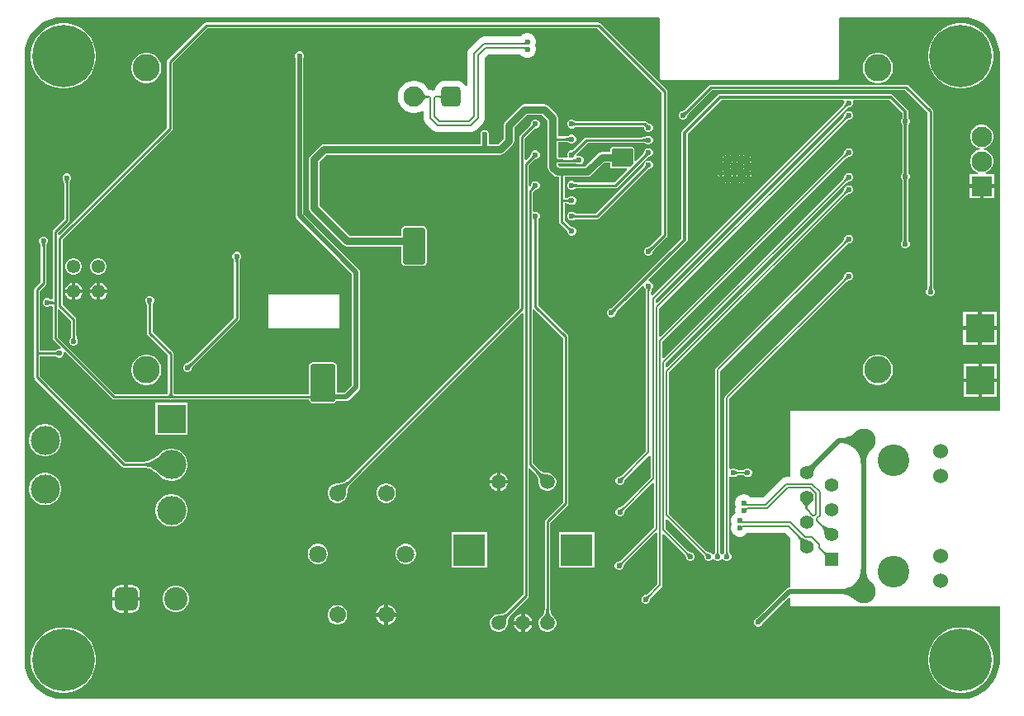
<source format=gbr>
%TF.GenerationSoftware,Altium Limited,Altium Designer,25.1.2 (22)*%
G04 Layer_Physical_Order=2*
G04 Layer_Color=16711680*
%FSLAX45Y45*%
%MOMM*%
%TF.SameCoordinates,6140C124-B29E-4EDD-BC75-2642A01B609D*%
%TF.FilePolarity,Positive*%
%TF.FileFunction,Copper,L2,Bot,Signal*%
%TF.Part,Single*%
G01*
G75*
%TA.AperFunction,SMDPad,CuDef*%
%ADD22R,3.00000X3.00000*%
%TA.AperFunction,Conductor*%
%ADD38C,0.50000*%
%ADD39C,0.25000*%
%ADD40C,0.20000*%
%ADD41C,0.75000*%
%ADD44C,0.25400*%
%ADD46C,0.30000*%
%TA.AperFunction,ComponentPad*%
%ADD48C,2.80000*%
%ADD49C,0.60000*%
%ADD50C,1.80000*%
%ADD51C,1.70790*%
%ADD52R,3.30000X3.30000*%
%ADD53C,1.49860*%
%ADD54R,3.00000X3.00000*%
%ADD55C,3.00000*%
%ADD56C,2.10000*%
G04:AMPARAMS|DCode=57|XSize=2.1mm|YSize=2.1mm|CornerRadius=0.525mm|HoleSize=0mm|Usage=FLASHONLY|Rotation=180.000|XOffset=0mm|YOffset=0mm|HoleType=Round|Shape=RoundedRectangle|*
%AMROUNDEDRECTD57*
21,1,2.10000,1.05000,0,0,180.0*
21,1,1.05000,2.10000,0,0,180.0*
1,1,1.05000,-0.52500,0.52500*
1,1,1.05000,0.52500,0.52500*
1,1,1.05000,0.52500,-0.52500*
1,1,1.05000,-0.52500,-0.52500*
%
%ADD57ROUNDEDRECTD57*%
G04:AMPARAMS|DCode=58|XSize=2.4mm|YSize=2.4mm|CornerRadius=0.6mm|HoleSize=0mm|Usage=FLASHONLY|Rotation=0.000|XOffset=0mm|YOffset=0mm|HoleType=Round|Shape=RoundedRectangle|*
%AMROUNDEDRECTD58*
21,1,2.40000,1.20000,0,0,0.0*
21,1,1.20000,2.40000,0,0,0.0*
1,1,1.20000,0.60000,-0.60000*
1,1,1.20000,-0.60000,-0.60000*
1,1,1.20000,-0.60000,0.60000*
1,1,1.20000,0.60000,0.60000*
%
%ADD58ROUNDEDRECTD58*%
%ADD59C,2.40000*%
%ADD60R,1.39800X1.39800*%
%ADD61C,1.39800*%
%ADD62C,1.53000*%
%ADD63C,2.44500*%
%ADD64C,3.25000*%
%ADD65R,2.10000X2.10000*%
%ADD66C,6.40000*%
%ADD67C,0.80000*%
%ADD68C,1.38100*%
%TA.AperFunction,ViaPad*%
%ADD69C,0.60000*%
G36*
X6504441Y7000000D02*
X6515764Y6988140D01*
Y6366140D01*
X6520520Y6354660D01*
X6532000Y6349904D01*
X8332000D01*
X8343481Y6354660D01*
X8348236Y6366140D01*
Y6984999D01*
X8351609Y6991673D01*
X8359560Y6999999D01*
X9599998D01*
X9626215Y7000000D01*
X9678202Y6993155D01*
X9728850Y6979584D01*
X9777294Y6959518D01*
X9822704Y6933301D01*
X9864303Y6901380D01*
X9901380Y6864303D01*
X9933301Y6822703D01*
X9959518Y6777293D01*
X9979584Y6728849D01*
X9993155Y6678201D01*
X9999999Y6626214D01*
X9999999Y6599997D01*
X9999998Y6599997D01*
X10000000Y6599996D01*
Y2960000D01*
X7850000D01*
Y2277144D01*
X7811978D01*
X7793705Y2274738D01*
X7776676Y2267684D01*
X7762054Y2256464D01*
X7570561Y2064972D01*
X7450678D01*
X7449627Y2066792D01*
X7432870Y2083548D01*
X7412348Y2095397D01*
X7389458Y2101530D01*
X7365761D01*
X7342871Y2095397D01*
X7322348Y2083548D01*
X7305592Y2066792D01*
X7293743Y2046269D01*
X7287610Y2023379D01*
Y1999682D01*
X7293743Y1976792D01*
X7296434Y1972131D01*
X7295133Y1969878D01*
X7289000Y1946988D01*
Y1923291D01*
X7292615Y1909799D01*
X7280739Y1902942D01*
X7263982Y1886186D01*
X7252134Y1865663D01*
X7246000Y1842773D01*
Y1819076D01*
X7252134Y1796186D01*
X7253728Y1793425D01*
X7252134Y1790663D01*
X7246000Y1767773D01*
Y1744076D01*
X7252134Y1721186D01*
X7263982Y1700664D01*
X7280739Y1683907D01*
X7301261Y1672058D01*
X7324151Y1665925D01*
X7347849D01*
X7370739Y1672058D01*
X7391261Y1683907D01*
X7408018Y1700664D01*
X7409263Y1702821D01*
X7803902D01*
X7850000Y1656723D01*
Y1153671D01*
X7841140Y1142924D01*
X7825532Y1139819D01*
X7812301Y1130978D01*
X7812301Y1130977D01*
X7509688Y828365D01*
X7499510Y824149D01*
X7486851Y811490D01*
X7480000Y794951D01*
Y777049D01*
X7486851Y760510D01*
X7499510Y747851D01*
X7516049Y741000D01*
X7533951D01*
X7550490Y747851D01*
X7563149Y760510D01*
X7567365Y770688D01*
X7836142Y1039466D01*
X7850000Y1033725D01*
Y952898D01*
X7852898Y950000D01*
X10000000D01*
Y400000D01*
Y373783D01*
X9993156Y321796D01*
X9979585Y271148D01*
X9959519Y222705D01*
X9933301Y177295D01*
X9901381Y135696D01*
X9864304Y98619D01*
X9822705Y66698D01*
X9777295Y40481D01*
X9728852Y20415D01*
X9678203Y6844D01*
X9626217Y0D01*
X399999D01*
X373782Y-0D01*
X321796Y6844D01*
X271148Y20415D01*
X222704Y40481D01*
X177295Y66698D01*
X135695Y98619D01*
X98619Y135695D01*
X66698Y177295D01*
X40481Y222704D01*
X20415Y271148D01*
X6844Y321796D01*
X-0Y373782D01*
X0Y399999D01*
Y6599999D01*
Y6626217D01*
X6844Y6678203D01*
X20415Y6728851D01*
X40481Y6777295D01*
X66698Y6822704D01*
X98619Y6864304D01*
X135696Y6901381D01*
X177295Y6933301D01*
X222705Y6959518D01*
X271149Y6979584D01*
X321797Y6993155D01*
X373783Y6999999D01*
X400000Y6999999D01*
X400000Y7000000D01*
X6504441Y7000000D01*
D02*
G37*
G36*
X8514696Y2565565D02*
X8502463Y2577074D01*
X8489512Y2587372D01*
X8475843Y2596458D01*
X8461458Y2604333D01*
X8446355Y2610996D01*
X8430536Y2616448D01*
X8413998Y2620688D01*
X8396744Y2623717D01*
X8378772Y2625534D01*
X8360084Y2626140D01*
Y2676140D01*
X8378772Y2676746D01*
X8396744Y2678563D01*
X8413998Y2681592D01*
X8430536Y2685832D01*
X8446355Y2691284D01*
X8461458Y2697947D01*
X8475843Y2705822D01*
X8489512Y2714908D01*
X8502463Y2725206D01*
X8514696Y2736715D01*
Y2565565D01*
D02*
G37*
G36*
X8676066Y2551602D02*
X8665768Y2538652D01*
X8656682Y2524983D01*
X8648807Y2510598D01*
X8642144Y2495495D01*
X8636692Y2479676D01*
X8632452Y2463138D01*
X8629423Y2445884D01*
X8627606Y2427912D01*
X8627000Y2409224D01*
X8577000D01*
X8576394Y2427912D01*
X8574577Y2445884D01*
X8571548Y2463138D01*
X8567308Y2479676D01*
X8561856Y2495495D01*
X8555193Y2510598D01*
X8547318Y2524983D01*
X8538232Y2538652D01*
X8527934Y2551602D01*
X8516425Y2563836D01*
X8687575D01*
X8676066Y2551602D01*
D02*
G37*
G36*
X8131262Y2398546D02*
X8122962Y2389908D01*
X8109005Y2373243D01*
X8103347Y2365217D01*
X8098570Y2357394D01*
X8094674Y2349775D01*
X8091659Y2342361D01*
X8089524Y2335149D01*
X8088270Y2328142D01*
X8087896Y2321339D01*
X8018699Y2390536D01*
X8025502Y2390910D01*
X8032509Y2392164D01*
X8039721Y2394298D01*
X8047136Y2397314D01*
X8054755Y2401210D01*
X8062577Y2405987D01*
X8070604Y2411645D01*
X8078834Y2418183D01*
X8095907Y2433902D01*
X8131262Y2398546D01*
D02*
G37*
G36*
X8048188Y2002909D02*
X8043951Y1999120D01*
X8040213Y1994720D01*
X8036972Y1989711D01*
X8034231Y1984092D01*
X8031988Y1977862D01*
X8030243Y1971024D01*
X8028997Y1963575D01*
X8028249Y1955517D01*
X8028000Y1946849D01*
X8008000D01*
X8007751Y1955517D01*
X8007003Y1963575D01*
X8005757Y1971024D01*
X8004012Y1977862D01*
X8001769Y1984092D01*
X7999027Y1989711D01*
X7995787Y1994720D01*
X7992049Y1999120D01*
X7987812Y2002909D01*
X7983076Y2006089D01*
X8052924D01*
X8048188Y2002909D01*
D02*
G37*
G36*
X8188123Y1784209D02*
X8195890Y1778094D01*
X8204025Y1772712D01*
X8212529Y1768062D01*
X8221402Y1764144D01*
X8230644Y1760958D01*
X8240255Y1758504D01*
X8250235Y1756783D01*
X8260583Y1755793D01*
X8271301Y1755536D01*
X8202103Y1686339D01*
X8201846Y1697056D01*
X8200857Y1707405D01*
X8199135Y1717385D01*
X8196682Y1726996D01*
X8193496Y1736238D01*
X8189578Y1745111D01*
X8184928Y1753615D01*
X8179545Y1761750D01*
X8173431Y1769516D01*
X8166584Y1776914D01*
X8180726Y1791056D01*
X8188123Y1784209D01*
D02*
G37*
G36*
X7952856Y1668285D02*
X7959930Y1662490D01*
X7967591Y1656962D01*
X7975838Y1651700D01*
X7984671Y1646704D01*
X8004098Y1637513D01*
X8014691Y1633318D01*
X8037636Y1625725D01*
X7951596Y1580470D01*
X7954045Y1589490D01*
X7955419Y1598379D01*
X7955716Y1607136D01*
X7954938Y1615761D01*
X7953084Y1624255D01*
X7950154Y1632618D01*
X7946148Y1640849D01*
X7941066Y1648949D01*
X7934909Y1656917D01*
X7927676Y1664754D01*
X7946368Y1674346D01*
X7952856Y1668285D01*
D02*
G37*
G36*
X8205233Y1512687D02*
X8208062Y1510274D01*
X8210890Y1508137D01*
X8213718Y1506277D01*
X8216547Y1504694D01*
X8219375Y1503388D01*
X8222204Y1502358D01*
X8225032Y1501606D01*
X8227861Y1501130D01*
X8230689Y1500930D01*
X8202710Y1472951D01*
X8202510Y1475779D01*
X8202034Y1478608D01*
X8201281Y1481436D01*
X8200252Y1484264D01*
X8198946Y1487093D01*
X8197362Y1489921D01*
X8195503Y1492750D01*
X8193366Y1495578D01*
X8190953Y1498406D01*
X8188263Y1501235D01*
X8202405Y1515377D01*
X8205233Y1512687D01*
D02*
G37*
G36*
X8627606Y1325367D02*
X8629423Y1307396D01*
X8632452Y1290141D01*
X8636692Y1273604D01*
X8642144Y1257785D01*
X8648807Y1242682D01*
X8656682Y1228297D01*
X8665768Y1214628D01*
X8676066Y1201677D01*
X8687575Y1189444D01*
X8516425D01*
X8527934Y1201677D01*
X8538232Y1214628D01*
X8547318Y1228297D01*
X8555193Y1242682D01*
X8561856Y1257785D01*
X8567308Y1273604D01*
X8571548Y1290141D01*
X8574577Y1307396D01*
X8576394Y1325367D01*
X8577000Y1344056D01*
X8627000D01*
X8627606Y1325367D01*
D02*
G37*
G36*
X8514696Y1016565D02*
X8502463Y1028074D01*
X8489512Y1038372D01*
X8475843Y1047458D01*
X8461458Y1055333D01*
X8446355Y1061996D01*
X8430536Y1067448D01*
X8413998Y1071688D01*
X8396744Y1074717D01*
X8378772Y1076534D01*
X8360084Y1077140D01*
Y1127140D01*
X8378772Y1127746D01*
X8396744Y1129563D01*
X8413998Y1132592D01*
X8430536Y1136832D01*
X8446355Y1142283D01*
X8461458Y1148947D01*
X8475843Y1156821D01*
X8489512Y1165908D01*
X8502463Y1176205D01*
X8514696Y1187715D01*
Y1016565D01*
D02*
G37*
%LPC*%
G36*
X5167849Y6834640D02*
X5144152D01*
X5121262Y6828506D01*
X5100739Y6816657D01*
X5083983Y6799901D01*
X5082737Y6797744D01*
X4714000D01*
X4695726Y6795338D01*
X4678698Y6788284D01*
X4664075Y6777064D01*
X4561076Y6674065D01*
X4549856Y6659442D01*
X4542802Y6642414D01*
X4540396Y6624140D01*
Y6293038D01*
X4525396Y6290054D01*
X4525262Y6290377D01*
X4507230Y6313878D01*
X4483729Y6331910D01*
X4456362Y6343246D01*
X4426994Y6347113D01*
X4321994D01*
X4292625Y6343246D01*
X4265258Y6331910D01*
X4241758Y6313878D01*
X4223725Y6290377D01*
X4212390Y6263010D01*
X4210822Y6251102D01*
X4197436Y6249340D01*
X4183994Y6243772D01*
X4178724Y6245955D01*
X4177302Y6246965D01*
X4176431Y6247165D01*
X4175689Y6247661D01*
X4173605Y6248075D01*
X4170552Y6249340D01*
X4162028Y6250462D01*
X4154034Y6252292D01*
X4146381Y6252512D01*
X4142370Y6252888D01*
X4139715Y6259299D01*
X4121658Y6286323D01*
X4098675Y6309306D01*
X4071651Y6327363D01*
X4041623Y6339801D01*
X4009745Y6346142D01*
X3977243D01*
X3945365Y6339801D01*
X3915337Y6327363D01*
X3888313Y6309306D01*
X3865330Y6286323D01*
X3847273Y6259299D01*
X3834835Y6229270D01*
X3828494Y6197393D01*
Y6164891D01*
X3834835Y6133013D01*
X3847273Y6102985D01*
X3865330Y6075960D01*
X3888313Y6052978D01*
X3915337Y6034921D01*
X3945365Y6022483D01*
X3977243Y6016142D01*
X4009745D01*
X4041623Y6022483D01*
X4071651Y6034921D01*
X4080162Y6040607D01*
X4093390Y6033537D01*
Y5961146D01*
X4095796Y5942873D01*
X4102849Y5925844D01*
X4114069Y5911222D01*
X4186075Y5839216D01*
X4200698Y5827996D01*
X4217726Y5820942D01*
X4236000Y5818536D01*
X4574569D01*
X4592842Y5820942D01*
X4609871Y5827996D01*
X4624493Y5839216D01*
X4700925Y5915647D01*
X4712145Y5930270D01*
X4719198Y5947298D01*
X4721604Y5965572D01*
Y6578327D01*
X4759813Y6616536D01*
X5082737D01*
X5083983Y6614379D01*
X5100739Y6597622D01*
X5121262Y6585773D01*
X5144152Y6579640D01*
X5167849D01*
X5190739Y6585773D01*
X5211261Y6597622D01*
X5228018Y6614379D01*
X5239867Y6634901D01*
X5246000Y6657791D01*
Y6681489D01*
X5239867Y6704379D01*
X5238272Y6707140D01*
X5239867Y6709901D01*
X5246000Y6732791D01*
Y6756488D01*
X5239867Y6779378D01*
X5228018Y6799901D01*
X5211261Y6816657D01*
X5190739Y6828506D01*
X5167849Y6834640D01*
D02*
G37*
G36*
X8765266Y6632140D02*
X8734734D01*
X8704788Y6626183D01*
X8676580Y6614499D01*
X8651193Y6597536D01*
X8629604Y6575947D01*
X8612641Y6550560D01*
X8600957Y6522352D01*
X8595000Y6492406D01*
Y6461874D01*
X8600957Y6431928D01*
X8612641Y6403720D01*
X8629604Y6378333D01*
X8651193Y6356743D01*
X8676580Y6339781D01*
X8704788Y6328097D01*
X8734734Y6322140D01*
X8765266D01*
X8795212Y6328097D01*
X8823420Y6339781D01*
X8848807Y6356743D01*
X8870397Y6378333D01*
X8887359Y6403720D01*
X8899043Y6431928D01*
X8905000Y6461874D01*
Y6492406D01*
X8899043Y6522352D01*
X8887359Y6550560D01*
X8870397Y6575947D01*
X8848807Y6597536D01*
X8823420Y6614499D01*
X8795212Y6626183D01*
X8765266Y6632140D01*
D02*
G37*
G36*
X1265266D02*
X1234734D01*
X1204788Y6626183D01*
X1176580Y6614499D01*
X1151193Y6597536D01*
X1129603Y6575947D01*
X1112641Y6550560D01*
X1100956Y6522352D01*
X1095000Y6492406D01*
Y6461874D01*
X1100956Y6431928D01*
X1112641Y6403720D01*
X1129603Y6378333D01*
X1151193Y6356743D01*
X1176580Y6339781D01*
X1204788Y6328097D01*
X1234734Y6322140D01*
X1265266D01*
X1295212Y6328097D01*
X1323420Y6339781D01*
X1348807Y6356743D01*
X1370396Y6378333D01*
X1387359Y6403720D01*
X1399043Y6431928D01*
X1405000Y6461874D01*
Y6492406D01*
X1399043Y6522352D01*
X1387359Y6550560D01*
X1370396Y6575947D01*
X1348807Y6597536D01*
X1323420Y6614499D01*
X1295212Y6626183D01*
X1265266Y6632140D01*
D02*
G37*
G36*
X9626365Y6935000D02*
X9573635D01*
X9521554Y6926751D01*
X9471405Y6910457D01*
X9424422Y6886518D01*
X9381762Y6855523D01*
X9344477Y6818238D01*
X9313483Y6775578D01*
X9289544Y6728595D01*
X9273249Y6678446D01*
X9265000Y6626365D01*
Y6573635D01*
X9273249Y6521554D01*
X9289544Y6471405D01*
X9313483Y6424422D01*
X9344477Y6381762D01*
X9381762Y6344477D01*
X9424422Y6313482D01*
X9471405Y6289543D01*
X9521554Y6273249D01*
X9573635Y6265000D01*
X9626365D01*
X9678446Y6273249D01*
X9728595Y6289543D01*
X9775578Y6313482D01*
X9818238Y6344477D01*
X9855524Y6381762D01*
X9886518Y6424422D01*
X9910457Y6471405D01*
X9926751Y6521554D01*
X9935000Y6573635D01*
Y6626365D01*
X9926751Y6678446D01*
X9910457Y6728595D01*
X9886518Y6775578D01*
X9855524Y6818238D01*
X9818238Y6855523D01*
X9775578Y6886518D01*
X9728595Y6910457D01*
X9678446Y6926751D01*
X9626365Y6935000D01*
D02*
G37*
G36*
X426365D02*
X373635D01*
X321554Y6926751D01*
X271405Y6910457D01*
X224422Y6886518D01*
X181762Y6855523D01*
X144476Y6818238D01*
X113482Y6775578D01*
X89543Y6728595D01*
X73249Y6678446D01*
X65000Y6626365D01*
Y6573635D01*
X73249Y6521554D01*
X89543Y6471405D01*
X113482Y6424422D01*
X144476Y6381762D01*
X181762Y6344477D01*
X224422Y6313482D01*
X271405Y6289543D01*
X321554Y6273249D01*
X373635Y6265000D01*
X426365D01*
X478446Y6273249D01*
X528595Y6289543D01*
X575578Y6313482D01*
X618238Y6344477D01*
X655523Y6381762D01*
X686518Y6424422D01*
X710457Y6471405D01*
X726751Y6521554D01*
X735000Y6573635D01*
Y6626365D01*
X726751Y6678446D01*
X710457Y6728595D01*
X686518Y6775578D01*
X655523Y6818238D01*
X618238Y6855523D01*
X575578Y6886518D01*
X528595Y6910457D01*
X478446Y6926751D01*
X426365Y6935000D01*
D02*
G37*
G36*
X5621951Y5946469D02*
X5604049D01*
X5587510Y5939619D01*
X5574851Y5926960D01*
X5568000Y5910420D01*
Y5892519D01*
X5574851Y5875979D01*
X5587510Y5863321D01*
X5604049Y5856470D01*
X5621951D01*
X5638490Y5863321D01*
X5643016Y5867846D01*
X5645640Y5868771D01*
X5646585Y5869620D01*
X5646976Y5869880D01*
X5647938Y5870358D01*
X5649500Y5870946D01*
X5651660Y5871554D01*
X5654397Y5872120D01*
X5657493Y5872571D01*
X5665918Y5873187D01*
X5670773Y5873266D01*
X5670799Y5873277D01*
X5670824Y5873267D01*
X5672412Y5873961D01*
X6345970D01*
X6349651Y5869674D01*
X6351091Y5867771D01*
X6352105Y5866259D01*
X6352537Y5865493D01*
X6352616Y5865177D01*
X6352772Y5864966D01*
X6353000Y5864434D01*
Y5854049D01*
X6359851Y5837510D01*
X6372509Y5824851D01*
X6389049Y5818000D01*
X6406951D01*
X6423490Y5824851D01*
X6436149Y5837510D01*
X6443000Y5854049D01*
Y5871951D01*
X6436149Y5888490D01*
X6423490Y5901149D01*
X6406951Y5908000D01*
X6396566D01*
X6396036Y5908227D01*
X6395824Y5908383D01*
X6395507Y5908462D01*
X6394740Y5908895D01*
X6393645Y5909630D01*
X6382534Y5919167D01*
X6379205Y5922432D01*
X6375969Y5923735D01*
X6369730Y5927904D01*
X6359000Y5930038D01*
X5671884D01*
X5670278Y5930734D01*
X5665411Y5930810D01*
X5656934Y5931407D01*
X5653775Y5931850D01*
X5650975Y5932405D01*
X5648732Y5933010D01*
X5647070Y5933605D01*
X5646009Y5934108D01*
X5645514Y5934417D01*
X5644501Y5935270D01*
X5642069Y5936040D01*
X5638490Y5939619D01*
X5621951Y5946469D01*
D02*
G37*
G36*
X5330000Y6103529D02*
X5130000D01*
X5109516Y6099454D01*
X5092150Y6087850D01*
X4931150Y5926850D01*
X4919546Y5909484D01*
X4915471Y5889000D01*
Y5751172D01*
X4857828Y5693528D01*
X4759440D01*
Y5776170D01*
X4763656Y5786349D01*
Y5804251D01*
X4756805Y5820790D01*
X4744146Y5833449D01*
X4727607Y5840300D01*
X4709705D01*
X4693166Y5833449D01*
X4680507Y5820790D01*
X4673656Y5804251D01*
Y5786349D01*
X4677873Y5776170D01*
Y5693528D01*
X3070000D01*
X3049515Y5689454D01*
X3032150Y5677850D01*
X2932150Y5577850D01*
X2920546Y5560484D01*
X2916471Y5540000D01*
Y5040000D01*
X2920546Y5019516D01*
X2932150Y5002150D01*
X3272150Y4662150D01*
X3289516Y4650546D01*
X3310000Y4646472D01*
X3863764D01*
Y4480000D01*
X3868520Y4468519D01*
X3888520Y4448519D01*
X3900000Y4443764D01*
X4090000D01*
X4101480Y4448519D01*
X4121480Y4468519D01*
X4126236Y4480000D01*
Y4820000D01*
X4121480Y4831481D01*
X4101480Y4851481D01*
X4090000Y4856236D01*
X3900000D01*
X3888520Y4851481D01*
X3868520Y4831480D01*
X3863764Y4820000D01*
Y4753528D01*
X3332172D01*
X3023528Y5062173D01*
Y5517828D01*
X3092172Y5586471D01*
X4880000D01*
X4900484Y5590546D01*
X4917850Y5602150D01*
X5006850Y5691150D01*
X5018454Y5708515D01*
X5022528Y5729000D01*
Y5866828D01*
X5152172Y5996472D01*
X5307828D01*
X5364472Y5939828D01*
Y5766643D01*
Y5526992D01*
Y5455934D01*
X5368546Y5435450D01*
X5380150Y5418084D01*
X5424084Y5374150D01*
X5441450Y5362546D01*
X5461934Y5358472D01*
X5483345D01*
Y5115302D01*
Y4900617D01*
X5485479Y4889887D01*
X5491557Y4880790D01*
X5549358Y4822990D01*
X5550001Y4821363D01*
X5553381Y4817873D01*
X5558929Y4811467D01*
X5560825Y4808938D01*
X5562384Y4806587D01*
X5563513Y4804600D01*
X5564236Y4803039D01*
X5564604Y4801976D01*
X5564715Y4801463D01*
X5564805Y4800166D01*
X5566000Y4797770D01*
Y4792049D01*
X5572851Y4775510D01*
X5585510Y4762851D01*
X5602049Y4756000D01*
X5619951D01*
X5636490Y4762851D01*
X5649149Y4775510D01*
X5656000Y4792049D01*
Y4809951D01*
X5649149Y4826490D01*
X5636490Y4839149D01*
X5619951Y4846000D01*
X5614230D01*
X5611834Y4847195D01*
X5610537Y4847285D01*
X5610024Y4847396D01*
X5608961Y4847765D01*
X5607400Y4848487D01*
X5605418Y4849613D01*
X5603064Y4851173D01*
X5600531Y4853072D01*
X5594129Y4858617D01*
X5590637Y4861999D01*
X5589010Y4862642D01*
X5539422Y4912230D01*
Y5087961D01*
X5553863D01*
X5555468Y5087266D01*
X5560328Y5087188D01*
X5568778Y5086582D01*
X5571906Y5086134D01*
X5574677Y5085573D01*
X5576878Y5084967D01*
X5578491Y5084374D01*
X5579502Y5083883D01*
X5579945Y5083598D01*
X5580926Y5082745D01*
X5583464Y5081896D01*
X5587510Y5077851D01*
X5604049Y5071000D01*
X5621951D01*
X5638490Y5077851D01*
X5651149Y5090510D01*
X5658000Y5107049D01*
Y5124951D01*
X5651149Y5141490D01*
X5638490Y5154149D01*
X5621951Y5161000D01*
X5604049D01*
X5587510Y5154149D01*
X5583465Y5150104D01*
X5580926Y5149255D01*
X5579944Y5148402D01*
X5579502Y5148117D01*
X5578490Y5147625D01*
X5576877Y5147033D01*
X5574678Y5146427D01*
X5571906Y5145866D01*
X5568778Y5145418D01*
X5560328Y5144812D01*
X5555468Y5144734D01*
X5553863Y5144038D01*
X5539422D01*
Y5358472D01*
X5772000D01*
X5792485Y5362546D01*
X5809850Y5374150D01*
X5942172Y5506472D01*
X6003764D01*
Y5470000D01*
X6008519Y5458519D01*
X6018519Y5448519D01*
X6030000Y5443764D01*
X6173373D01*
X6179113Y5429906D01*
X6048215Y5299008D01*
X5672137D01*
X5670532Y5299704D01*
X5665671Y5299782D01*
X5657222Y5300388D01*
X5654094Y5300836D01*
X5651323Y5301397D01*
X5649122Y5302003D01*
X5647509Y5302595D01*
X5646498Y5303087D01*
X5646055Y5303372D01*
X5645074Y5304225D01*
X5642536Y5305074D01*
X5638490Y5309119D01*
X5621951Y5315970D01*
X5604049D01*
X5587510Y5309119D01*
X5574851Y5296460D01*
X5568000Y5279921D01*
Y5262019D01*
X5574851Y5245479D01*
X5587510Y5232821D01*
X5604049Y5225970D01*
X5621951D01*
X5638490Y5232821D01*
X5642535Y5236866D01*
X5645074Y5237715D01*
X5646056Y5238568D01*
X5646498Y5238853D01*
X5647509Y5239344D01*
X5649123Y5239937D01*
X5651322Y5240543D01*
X5654094Y5241104D01*
X5657222Y5241552D01*
X5665671Y5242158D01*
X5670532Y5242236D01*
X5672137Y5242931D01*
X6059829D01*
X6070559Y5245066D01*
X6079656Y5251144D01*
X6376010Y5547498D01*
X6377637Y5548142D01*
X6381127Y5551522D01*
X6387533Y5557070D01*
X6390062Y5558966D01*
X6392413Y5560525D01*
X6394400Y5561654D01*
X6395961Y5562376D01*
X6397024Y5562744D01*
X6397537Y5562855D01*
X6398834Y5562946D01*
X6401230Y5564141D01*
X6406951D01*
X6423490Y5570991D01*
X6436149Y5583650D01*
X6443000Y5600189D01*
Y5618091D01*
X6436149Y5634631D01*
X6423490Y5647289D01*
X6406951Y5654140D01*
X6389049D01*
X6372509Y5647289D01*
X6359851Y5634631D01*
X6353000Y5618091D01*
Y5612371D01*
X6351805Y5609975D01*
X6351714Y5608678D01*
X6351604Y5608165D01*
X6351235Y5607101D01*
X6350513Y5605540D01*
X6349387Y5603558D01*
X6347827Y5601204D01*
X6345928Y5598671D01*
X6340383Y5592269D01*
X6337001Y5588777D01*
X6336358Y5587151D01*
X6270094Y5520887D01*
X6256236Y5526627D01*
Y5640000D01*
X6251480Y5651481D01*
X6241481Y5661480D01*
X6230000Y5666235D01*
X6030858Y5666236D01*
X6019377Y5661480D01*
X6008519Y5650622D01*
X6003764Y5639142D01*
Y5613529D01*
X5920000D01*
X5899516Y5609454D01*
X5882150Y5597850D01*
X5749828Y5465529D01*
X5484106D01*
X5471529Y5478106D01*
Y5494246D01*
X5474708Y5494872D01*
X5515682Y5498122D01*
X5528526Y5498257D01*
X5530158Y5498953D01*
X5630475D01*
X5632089Y5498257D01*
X5637139Y5498186D01*
X5641351Y5497993D01*
X5649074Y5497196D01*
X5651847Y5496705D01*
X5654270Y5496125D01*
X5656146Y5495532D01*
X5657438Y5494997D01*
X5658153Y5494608D01*
X5659314Y5493774D01*
X5660977Y5493383D01*
X5662510Y5491851D01*
X5679049Y5485000D01*
X5696951D01*
X5713490Y5491851D01*
X5726149Y5504510D01*
X5733000Y5521049D01*
Y5538951D01*
X5726149Y5555491D01*
X5713490Y5568149D01*
X5696951Y5575000D01*
X5679049D01*
X5671858Y5572021D01*
X5668616Y5573249D01*
X5658000Y5582517D01*
Y5582990D01*
X5659195Y5585386D01*
X5659285Y5586682D01*
X5659396Y5587196D01*
X5659765Y5588259D01*
X5660487Y5589820D01*
X5661613Y5591802D01*
X5663173Y5594156D01*
X5665072Y5596689D01*
X5670617Y5603091D01*
X5673999Y5606583D01*
X5674642Y5608210D01*
X5774535Y5708102D01*
X6338863D01*
X6340468Y5707407D01*
X6345328Y5707329D01*
X6353778Y5706722D01*
X6356906Y5706275D01*
X6359677Y5705714D01*
X6361878Y5705107D01*
X6363491Y5704515D01*
X6364502Y5704024D01*
X6364945Y5703738D01*
X6365926Y5702886D01*
X6368464Y5702037D01*
X6372509Y5697991D01*
X6389049Y5691141D01*
X6406951D01*
X6423490Y5697991D01*
X6436149Y5710650D01*
X6443000Y5727189D01*
Y5745091D01*
X6436149Y5761631D01*
X6423490Y5774289D01*
X6406951Y5781140D01*
X6389049D01*
X6372509Y5774289D01*
X6368465Y5770244D01*
X6365926Y5769395D01*
X6364944Y5768542D01*
X6364502Y5768257D01*
X6363490Y5767766D01*
X6361877Y5767174D01*
X6359678Y5766568D01*
X6356906Y5766006D01*
X6353778Y5765559D01*
X6345328Y5764952D01*
X6340468Y5764874D01*
X6338863Y5764179D01*
X5762921D01*
X5752191Y5762045D01*
X5743094Y5755967D01*
X5634990Y5647862D01*
X5633363Y5647218D01*
X5629873Y5643839D01*
X5623467Y5638290D01*
X5620938Y5636395D01*
X5618587Y5634835D01*
X5616600Y5633707D01*
X5615039Y5632984D01*
X5613976Y5632616D01*
X5613462Y5632505D01*
X5612166Y5632414D01*
X5609770Y5631220D01*
X5604049D01*
X5587510Y5624369D01*
X5574851Y5611710D01*
X5568000Y5595171D01*
Y5577269D01*
X5570998Y5570031D01*
X5560975Y5555030D01*
X5530286D01*
X5528710Y5555724D01*
X5503484Y5556275D01*
X5483211Y5557883D01*
X5475198Y5559015D01*
X5471529Y5559738D01*
Y5717961D01*
X5551863D01*
X5553469Y5717266D01*
X5558328Y5717188D01*
X5566778Y5716582D01*
X5569906Y5716134D01*
X5572677Y5715573D01*
X5574878Y5714967D01*
X5576491Y5714374D01*
X5577502Y5713883D01*
X5577945Y5713598D01*
X5578926Y5712745D01*
X5581464Y5711896D01*
X5585510Y5707851D01*
X5602049Y5701000D01*
X5619951D01*
X5636490Y5707851D01*
X5649149Y5720510D01*
X5656000Y5737049D01*
Y5754951D01*
X5649149Y5771490D01*
X5636490Y5784149D01*
X5619951Y5791000D01*
X5602049D01*
X5585510Y5784149D01*
X5581465Y5780104D01*
X5578926Y5779255D01*
X5577944Y5778402D01*
X5577502Y5778117D01*
X5576490Y5777625D01*
X5574877Y5777033D01*
X5572678Y5776427D01*
X5569906Y5775866D01*
X5566778Y5775418D01*
X5558328Y5774812D01*
X5553469Y5774734D01*
X5551863Y5774038D01*
X5471529D01*
Y5962000D01*
X5467454Y5982484D01*
X5455850Y5999850D01*
X5367850Y6087850D01*
X5350484Y6099454D01*
X5330000Y6103529D01*
D02*
G37*
G36*
X9830798Y5892140D02*
X9799202D01*
X9768682Y5883962D01*
X9741318Y5868164D01*
X9718976Y5845822D01*
X9703178Y5818458D01*
X9695000Y5787938D01*
Y5756342D01*
X9703178Y5725821D01*
X9718976Y5698458D01*
X9741318Y5676116D01*
X9768682Y5660318D01*
X9799201Y5652140D01*
Y5638140D01*
X9768682Y5629962D01*
X9741318Y5614164D01*
X9718976Y5591822D01*
X9703178Y5564458D01*
X9695000Y5533938D01*
Y5502342D01*
X9703178Y5471821D01*
X9718976Y5444458D01*
X9741318Y5422116D01*
X9768682Y5406318D01*
X9775615Y5404460D01*
X9773640Y5389460D01*
X9689680D01*
Y5283190D01*
X9815000D01*
X9940320D01*
Y5389460D01*
X9856360D01*
X9854385Y5404460D01*
X9861318Y5406318D01*
X9888682Y5422116D01*
X9911024Y5444458D01*
X9926822Y5471821D01*
X9935000Y5502342D01*
Y5533938D01*
X9926822Y5564458D01*
X9911024Y5591822D01*
X9888682Y5614164D01*
X9861318Y5629962D01*
X9830798Y5638140D01*
Y5652140D01*
X9861318Y5660318D01*
X9888682Y5676116D01*
X9911024Y5698458D01*
X9926822Y5725821D01*
X9935000Y5756342D01*
Y5787938D01*
X9926822Y5818458D01*
X9911024Y5845822D01*
X9888682Y5868164D01*
X9861318Y5883962D01*
X9830798Y5892140D01*
D02*
G37*
G36*
X9940320Y5245090D02*
X9834050D01*
Y5138820D01*
X9940320D01*
Y5245090D01*
D02*
G37*
G36*
X9795950D02*
X9689680D01*
Y5138820D01*
X9795950D01*
Y5245090D01*
D02*
G37*
G36*
X6406951Y5527140D02*
X6389049D01*
X6372509Y5520289D01*
X6359851Y5507631D01*
X6353000Y5491091D01*
Y5485371D01*
X6351805Y5482975D01*
X6351714Y5481678D01*
X6351604Y5481165D01*
X6351235Y5480101D01*
X6350513Y5478540D01*
X6349387Y5476558D01*
X6347827Y5474204D01*
X6345928Y5471671D01*
X6340383Y5465269D01*
X6337001Y5461777D01*
X6336358Y5460151D01*
X5857246Y4981039D01*
X5674130D01*
X5672982Y4981655D01*
X5672450Y4981494D01*
X5671944Y4981725D01*
X5662232Y4982074D01*
X5658677Y4982436D01*
X5655505Y4982931D01*
X5652915Y4983508D01*
X5650927Y4984116D01*
X5649571Y4984673D01*
X5648839Y4985075D01*
X5648664Y4985205D01*
X5647868Y4986023D01*
X5645185Y4987175D01*
X5638490Y4993869D01*
X5621951Y5000720D01*
X5604049D01*
X5587510Y4993869D01*
X5574851Y4981211D01*
X5568000Y4964671D01*
Y4946769D01*
X5574851Y4930230D01*
X5587510Y4917571D01*
X5604049Y4910720D01*
X5621951D01*
X5638490Y4917571D01*
X5640252Y4919333D01*
X5642026Y4919766D01*
X5643170Y4920604D01*
X5643860Y4920985D01*
X5645128Y4921519D01*
X5646980Y4922114D01*
X5649379Y4922697D01*
X5651970Y4923162D01*
X5664347Y4924198D01*
X5669086Y4924266D01*
X5670699Y4924961D01*
X5868859D01*
X5879589Y4927096D01*
X5888686Y4933174D01*
X6376010Y5420498D01*
X6377637Y5421142D01*
X6381127Y5424522D01*
X6387533Y5430070D01*
X6390062Y5431966D01*
X6392413Y5433525D01*
X6394400Y5434654D01*
X6395961Y5435376D01*
X6397024Y5435744D01*
X6397537Y5435855D01*
X6398834Y5435946D01*
X6401230Y5437141D01*
X6406951D01*
X6423490Y5443991D01*
X6436149Y5456650D01*
X6443000Y5473189D01*
Y5491091D01*
X6436149Y5507631D01*
X6423490Y5520289D01*
X6406951Y5527140D01*
D02*
G37*
G36*
X8882860Y6207728D02*
X8882859Y6207728D01*
X7133140D01*
X7121435Y6205400D01*
X7111512Y6198769D01*
X7111511Y6198768D01*
X6746371Y5833629D01*
X6739741Y5823705D01*
X6737412Y5812000D01*
X6737412Y5811999D01*
Y4726773D01*
X6036161Y4025522D01*
X6034674Y4024945D01*
X6027389Y4017984D01*
X6021463Y4012961D01*
X6019253Y4011316D01*
X6017379Y4010078D01*
X6016063Y4009340D01*
X6015701Y4009181D01*
X6015535Y4009163D01*
X6015279Y4009025D01*
X6014467Y4008788D01*
X6013691Y4008165D01*
X6013415Y4008016D01*
X6007962D01*
X5991423Y4001165D01*
X5978764Y3988506D01*
X5971913Y3971967D01*
Y3954065D01*
X5978764Y3937526D01*
X5991423Y3924867D01*
X6007962Y3918016D01*
X6025864D01*
X6042403Y3924867D01*
X6055062Y3937526D01*
X6061913Y3954065D01*
Y3959519D01*
X6062062Y3959793D01*
X6062685Y3960570D01*
X6062922Y3961382D01*
X6063061Y3961638D01*
X6063078Y3961804D01*
X6063237Y3962166D01*
X6063975Y3963482D01*
X6065214Y3965358D01*
X6066776Y3967455D01*
X6075165Y3977016D01*
X6078709Y3980639D01*
X6079323Y3982168D01*
X6340000Y4242845D01*
X6355000Y4236632D01*
Y4231049D01*
X6361851Y4214509D01*
X6366008Y4210352D01*
X6366962Y4207681D01*
X6368425Y4206064D01*
X6369249Y4204912D01*
X6370085Y4203432D01*
X6370909Y4201573D01*
X6371687Y4199302D01*
X6372379Y4196618D01*
X6372916Y4193727D01*
X6373671Y4185829D01*
X6373768Y4181363D01*
X6374510Y4179675D01*
Y2542697D01*
X6130632Y2298819D01*
X6128914Y2298151D01*
X6125533Y2294914D01*
X6122558Y2292325D01*
X6119754Y2290138D01*
X6117146Y2288347D01*
X6114756Y2286937D01*
X6112601Y2285881D01*
X6110705Y2285150D01*
X6109066Y2284694D01*
X6107671Y2284462D01*
X6105491Y2284354D01*
X6102928Y2283139D01*
X6097049D01*
X6080510Y2276288D01*
X6067851Y2263630D01*
X6061000Y2247090D01*
Y2229188D01*
X6067851Y2212649D01*
X6080510Y2199990D01*
X6097049Y2193139D01*
X6114951D01*
X6131490Y2199990D01*
X6144149Y2212649D01*
X6151000Y2229188D01*
Y2235068D01*
X6152214Y2237630D01*
X6152323Y2239811D01*
X6152555Y2241206D01*
X6153011Y2242845D01*
X6153743Y2244742D01*
X6154797Y2246895D01*
X6156208Y2249286D01*
X6157871Y2251708D01*
X6162921Y2257825D01*
X6166012Y2261053D01*
X6166680Y2262772D01*
X6405510Y2501602D01*
X6420510Y2495388D01*
Y2270286D01*
X6130632Y1980408D01*
X6128914Y1979739D01*
X6125533Y1976503D01*
X6122558Y1973914D01*
X6119754Y1971727D01*
X6117146Y1969936D01*
X6114756Y1968526D01*
X6112601Y1967470D01*
X6110705Y1966739D01*
X6109066Y1966283D01*
X6107671Y1966051D01*
X6105491Y1965942D01*
X6102928Y1964728D01*
X6097049D01*
X6080510Y1957877D01*
X6067851Y1945218D01*
X6061000Y1928679D01*
Y1910777D01*
X6067851Y1894238D01*
X6080510Y1881579D01*
X6097049Y1874728D01*
X6114951D01*
X6131490Y1881579D01*
X6144149Y1894238D01*
X6151000Y1910777D01*
Y1916656D01*
X6152214Y1919219D01*
X6152323Y1921399D01*
X6152555Y1922794D01*
X6153011Y1924433D01*
X6153743Y1926331D01*
X6154797Y1928483D01*
X6156208Y1930874D01*
X6157871Y1933297D01*
X6162921Y1939414D01*
X6166012Y1942642D01*
X6166680Y1944360D01*
X6441652Y2219332D01*
X6455510Y2213592D01*
Y1759978D01*
X6122886Y1427354D01*
X6121167Y1426685D01*
X6117787Y1423449D01*
X6114812Y1420860D01*
X6112008Y1418673D01*
X6109400Y1416882D01*
X6107009Y1415472D01*
X6104854Y1414416D01*
X6102959Y1413684D01*
X6101320Y1413229D01*
X6099925Y1412997D01*
X6097744Y1412888D01*
X6095182Y1411674D01*
X6089303D01*
X6072763Y1404823D01*
X6060104Y1392164D01*
X6053254Y1375625D01*
Y1357723D01*
X6060104Y1341183D01*
X6072763Y1328525D01*
X6089303Y1321674D01*
X6107204D01*
X6123744Y1328525D01*
X6136403Y1341183D01*
X6143253Y1357723D01*
Y1363602D01*
X6144468Y1366165D01*
X6144576Y1368345D01*
X6144808Y1369740D01*
X6145264Y1371379D01*
X6145996Y1373277D01*
X6147051Y1375429D01*
X6148461Y1377820D01*
X6150125Y1380243D01*
X6155174Y1386360D01*
X6158265Y1389588D01*
X6158934Y1391306D01*
X6476652Y1709025D01*
X6490510Y1703285D01*
Y1177558D01*
X6394632Y1081680D01*
X6392914Y1081012D01*
X6389533Y1077775D01*
X6386558Y1075186D01*
X6383754Y1072999D01*
X6381146Y1071208D01*
X6378756Y1069798D01*
X6376601Y1068742D01*
X6374705Y1068011D01*
X6373066Y1067555D01*
X6371671Y1067323D01*
X6369491Y1067214D01*
X6366928Y1066000D01*
X6361049D01*
X6344510Y1059149D01*
X6331851Y1046490D01*
X6325000Y1029951D01*
Y1012049D01*
X6331851Y995510D01*
X6344510Y982851D01*
X6361049Y976000D01*
X6378951D01*
X6395490Y982851D01*
X6408149Y995510D01*
X6415000Y1012049D01*
Y1017928D01*
X6416214Y1020491D01*
X6416323Y1022671D01*
X6416555Y1024066D01*
X6417011Y1025705D01*
X6417743Y1027603D01*
X6418797Y1029755D01*
X6420208Y1032146D01*
X6421871Y1034569D01*
X6426921Y1040686D01*
X6430012Y1043914D01*
X6430680Y1045632D01*
X6534024Y1148976D01*
X6539549Y1157245D01*
X6541489Y1167000D01*
Y1690005D01*
X6555347Y1695745D01*
X6767320Y1483772D01*
X6767988Y1482054D01*
X6771225Y1478673D01*
X6773814Y1475698D01*
X6776001Y1472894D01*
X6777792Y1470286D01*
X6779202Y1467896D01*
X6780258Y1465741D01*
X6780989Y1463845D01*
X6781445Y1462206D01*
X6781677Y1460811D01*
X6781786Y1458631D01*
X6783000Y1456068D01*
Y1450189D01*
X6789851Y1433649D01*
X6802510Y1420991D01*
X6819049Y1414140D01*
X6836951D01*
X6853490Y1420991D01*
X6866149Y1433649D01*
X6873000Y1450189D01*
Y1468091D01*
X6866149Y1484630D01*
X6853490Y1497289D01*
X6836951Y1504140D01*
X6831072D01*
X6828509Y1505354D01*
X6826329Y1505463D01*
X6824934Y1505695D01*
X6823295Y1506150D01*
X6821397Y1506883D01*
X6819245Y1507937D01*
X6816854Y1509348D01*
X6814431Y1511011D01*
X6808314Y1516061D01*
X6805086Y1519151D01*
X6803368Y1519820D01*
X6576489Y1746698D01*
Y1844005D01*
X6590347Y1849745D01*
X6955320Y1484772D01*
X6955988Y1483054D01*
X6959225Y1479673D01*
X6961814Y1476698D01*
X6964001Y1473894D01*
X6965792Y1471286D01*
X6967202Y1468896D01*
X6968258Y1466741D01*
X6968989Y1464845D01*
X6969445Y1463206D01*
X6969677Y1461811D01*
X6969786Y1459631D01*
X6971000Y1457068D01*
Y1451189D01*
X6977851Y1434649D01*
X6990510Y1421991D01*
X7007049Y1415140D01*
X7024951D01*
X7041490Y1421991D01*
X7054149Y1434649D01*
X7069851Y1433649D01*
X7082510Y1420991D01*
X7099049Y1414140D01*
X7116951D01*
X7133490Y1420991D01*
X7146149Y1433649D01*
X7147382Y1436626D01*
X7163618D01*
X7164851Y1433649D01*
X7177510Y1420991D01*
X7194049Y1414140D01*
X7211951D01*
X7228490Y1420991D01*
X7241149Y1433649D01*
X7248000Y1450189D01*
Y1468091D01*
X7241149Y1484630D01*
X7236992Y1488788D01*
X7236038Y1491458D01*
X7234575Y1493076D01*
X7233751Y1494228D01*
X7232915Y1495708D01*
X7232091Y1497567D01*
X7231313Y1499837D01*
X7230621Y1502522D01*
X7230084Y1505413D01*
X7229329Y1513311D01*
X7229232Y1517776D01*
X7228490Y1519464D01*
Y2280797D01*
X7243490Y2287011D01*
X7246510Y2283991D01*
X7263049Y2277140D01*
X7280951D01*
X7297490Y2283991D01*
X7301648Y2288148D01*
X7304318Y2289102D01*
X7305936Y2290565D01*
X7307088Y2291389D01*
X7308568Y2292225D01*
X7310427Y2293049D01*
X7312697Y2293827D01*
X7315382Y2294519D01*
X7318273Y2295056D01*
X7326171Y2295811D01*
X7330637Y2295908D01*
X7332324Y2296650D01*
X7355195D01*
X7356808Y2295914D01*
X7356916Y2295955D01*
X7357021Y2295908D01*
X7361702Y2295804D01*
X7365617Y2295526D01*
X7369106Y2295083D01*
X7372167Y2294498D01*
X7374778Y2293802D01*
X7376953Y2293029D01*
X7378706Y2292220D01*
X7380072Y2291413D01*
X7381108Y2290631D01*
X7382630Y2289167D01*
X7385431Y2288069D01*
X7390509Y2282991D01*
X7407049Y2276140D01*
X7424951D01*
X7441490Y2282991D01*
X7454149Y2295649D01*
X7461000Y2312189D01*
Y2330091D01*
X7454149Y2346630D01*
X7441490Y2359289D01*
X7424951Y2366140D01*
X7407049D01*
X7390509Y2359289D01*
X7387222Y2356001D01*
X7384767Y2355209D01*
X7383055Y2353752D01*
X7381787Y2352893D01*
X7380194Y2352035D01*
X7378231Y2351202D01*
X7375871Y2350424D01*
X7373110Y2349736D01*
X7370158Y2349205D01*
X7362214Y2348467D01*
X7357746Y2348372D01*
X7356055Y2347630D01*
X7332325D01*
X7330637Y2348372D01*
X7325961Y2348474D01*
X7322021Y2348747D01*
X7318495Y2349183D01*
X7315383Y2349761D01*
X7312697Y2350454D01*
X7310427Y2351231D01*
X7308568Y2352054D01*
X7307087Y2352891D01*
X7305936Y2353714D01*
X7304318Y2355178D01*
X7301648Y2356131D01*
X7297490Y2360289D01*
X7280951Y2367140D01*
X7263049D01*
X7246510Y2360289D01*
X7243490Y2357269D01*
X7228490Y2363482D01*
Y3081582D01*
X8425368Y4278461D01*
X8427086Y4279129D01*
X8430467Y4282366D01*
X8433442Y4284955D01*
X8436246Y4287142D01*
X8438854Y4288932D01*
X8441244Y4290343D01*
X8443399Y4291398D01*
X8445295Y4292130D01*
X8446934Y4292586D01*
X8448329Y4292817D01*
X8450509Y4292926D01*
X8453072Y4294141D01*
X8458951D01*
X8475491Y4300991D01*
X8488149Y4313650D01*
X8495000Y4330189D01*
Y4348091D01*
X8488149Y4364631D01*
X8475491Y4377289D01*
X8458951Y4384140D01*
X8441049D01*
X8424510Y4377289D01*
X8411851Y4364631D01*
X8405000Y4348091D01*
Y4342212D01*
X8403786Y4339649D01*
X8403677Y4337469D01*
X8403445Y4336074D01*
X8402990Y4334435D01*
X8402257Y4332538D01*
X8401203Y4330385D01*
X8399792Y4327994D01*
X8398129Y4325572D01*
X8393079Y4319455D01*
X8389989Y4316227D01*
X8389320Y4314509D01*
X7184976Y3110164D01*
X7179451Y3101895D01*
X7177510Y3092140D01*
Y1519465D01*
X7176768Y1517777D01*
X7176666Y1513101D01*
X7176393Y1509161D01*
X7175957Y1505635D01*
X7175379Y1502523D01*
X7174686Y1499837D01*
X7173909Y1497567D01*
X7173085Y1495708D01*
X7172249Y1494227D01*
X7171426Y1493076D01*
X7169962Y1491458D01*
X7169009Y1488788D01*
X7164851Y1484630D01*
X7163618Y1481653D01*
X7147382D01*
X7146149Y1484630D01*
X7141992Y1488788D01*
X7141038Y1491458D01*
X7139574Y1493076D01*
X7138751Y1494228D01*
X7137915Y1495708D01*
X7137091Y1497567D01*
X7136313Y1499837D01*
X7135621Y1502522D01*
X7135084Y1505413D01*
X7134329Y1513311D01*
X7134232Y1517776D01*
X7133490Y1519464D01*
Y3367582D01*
X8425368Y4659460D01*
X8427086Y4660129D01*
X8430467Y4663366D01*
X8433442Y4665955D01*
X8436246Y4668142D01*
X8438854Y4669932D01*
X8441244Y4671343D01*
X8443399Y4672398D01*
X8445295Y4673130D01*
X8446934Y4673586D01*
X8448329Y4673817D01*
X8450509Y4673926D01*
X8453072Y4675141D01*
X8458951D01*
X8475491Y4681991D01*
X8488149Y4694650D01*
X8495000Y4711189D01*
Y4729091D01*
X8488149Y4745631D01*
X8475491Y4758289D01*
X8458951Y4765140D01*
X8441049D01*
X8424510Y4758289D01*
X8411851Y4745631D01*
X8405000Y4729091D01*
Y4723212D01*
X8403786Y4720649D01*
X8403677Y4718469D01*
X8403445Y4717074D01*
X8402990Y4715435D01*
X8402257Y4713538D01*
X8401203Y4711385D01*
X8399792Y4708994D01*
X8398129Y4706572D01*
X8393079Y4700455D01*
X8389989Y4697227D01*
X8389320Y4695508D01*
X7089976Y3396164D01*
X7084451Y3387895D01*
X7082510Y3378140D01*
Y1519465D01*
X7081768Y1517777D01*
X7081666Y1513101D01*
X7081393Y1509161D01*
X7080957Y1505635D01*
X7080379Y1502523D01*
X7079686Y1499837D01*
X7078909Y1497567D01*
X7078085Y1495708D01*
X7077249Y1494227D01*
X7076426Y1493076D01*
X7074962Y1491458D01*
X7074008Y1488788D01*
X7069851Y1484631D01*
X7054149Y1485631D01*
X7041490Y1498289D01*
X7024951Y1505140D01*
X7019072D01*
X7016509Y1506354D01*
X7014329Y1506463D01*
X7012934Y1506695D01*
X7011295Y1507150D01*
X7009397Y1507883D01*
X7007245Y1508937D01*
X7004854Y1510348D01*
X7002431Y1512011D01*
X6996314Y1517061D01*
X6993086Y1520151D01*
X6991368Y1520820D01*
X6611489Y1900698D01*
Y3353582D01*
X8425368Y5167461D01*
X8427086Y5168129D01*
X8430467Y5171366D01*
X8433442Y5173955D01*
X8436246Y5176142D01*
X8438854Y5177932D01*
X8441244Y5179343D01*
X8443399Y5180398D01*
X8445295Y5181130D01*
X8446934Y5181586D01*
X8448329Y5181817D01*
X8450509Y5181926D01*
X8453072Y5183141D01*
X8458951D01*
X8475491Y5189991D01*
X8488149Y5202650D01*
X8495000Y5219189D01*
Y5237091D01*
X8488149Y5253631D01*
X8475491Y5266289D01*
X8458951Y5273140D01*
X8441049D01*
X8424510Y5266289D01*
X8411851Y5253631D01*
X8405000Y5237091D01*
Y5231212D01*
X8403786Y5228649D01*
X8403677Y5226469D01*
X8403445Y5225074D01*
X8402990Y5223435D01*
X8402257Y5221538D01*
X8401203Y5219385D01*
X8399792Y5216994D01*
X8398129Y5214572D01*
X8393079Y5208455D01*
X8389989Y5205227D01*
X8389320Y5203509D01*
X6590347Y3404535D01*
X6576489Y3410275D01*
Y3445582D01*
X8425368Y5294460D01*
X8427086Y5295129D01*
X8430467Y5298366D01*
X8433442Y5300955D01*
X8436246Y5303142D01*
X8438854Y5304932D01*
X8441244Y5306343D01*
X8443399Y5307398D01*
X8445295Y5308130D01*
X8446934Y5308586D01*
X8448329Y5308817D01*
X8450509Y5308926D01*
X8453072Y5310141D01*
X8458951D01*
X8475491Y5316991D01*
X8488149Y5329650D01*
X8495000Y5346189D01*
Y5364091D01*
X8488149Y5380631D01*
X8475491Y5393289D01*
X8458951Y5400140D01*
X8441049D01*
X8424510Y5393289D01*
X8411851Y5380631D01*
X8405000Y5364091D01*
Y5358212D01*
X8403786Y5355649D01*
X8403677Y5353469D01*
X8403445Y5352074D01*
X8402990Y5350435D01*
X8402257Y5348538D01*
X8401203Y5346385D01*
X8399792Y5343994D01*
X8398129Y5341572D01*
X8393079Y5335455D01*
X8389989Y5332227D01*
X8389320Y5330508D01*
X6555347Y3496535D01*
X6541489Y3502275D01*
Y3664582D01*
X8425368Y5548460D01*
X8427086Y5549129D01*
X8430467Y5552366D01*
X8433442Y5554955D01*
X8436246Y5557142D01*
X8438854Y5558932D01*
X8441244Y5560343D01*
X8443399Y5561398D01*
X8445295Y5562130D01*
X8446934Y5562586D01*
X8448329Y5562817D01*
X8450509Y5562926D01*
X8453072Y5564141D01*
X8458951D01*
X8475491Y5570991D01*
X8488149Y5583650D01*
X8495000Y5600189D01*
Y5618091D01*
X8488149Y5634631D01*
X8475491Y5647289D01*
X8458951Y5654140D01*
X8441049D01*
X8424510Y5647289D01*
X8411851Y5634631D01*
X8405000Y5618091D01*
Y5612212D01*
X8403786Y5609649D01*
X8403677Y5607469D01*
X8403445Y5606074D01*
X8402990Y5604435D01*
X8402257Y5602538D01*
X8401203Y5600385D01*
X8399792Y5597994D01*
X8398129Y5595572D01*
X8393079Y5589455D01*
X8389989Y5586227D01*
X8389320Y5584508D01*
X6520347Y3715535D01*
X6506489Y3721276D01*
Y4010582D01*
X8425368Y5929461D01*
X8427086Y5930129D01*
X8430467Y5933366D01*
X8433442Y5935955D01*
X8436246Y5938142D01*
X8438854Y5939932D01*
X8441244Y5941343D01*
X8443399Y5942398D01*
X8445295Y5943130D01*
X8446934Y5943586D01*
X8448329Y5943817D01*
X8450509Y5943926D01*
X8453072Y5945141D01*
X8458951D01*
X8475491Y5951991D01*
X8488149Y5964650D01*
X8495000Y5981189D01*
Y5999091D01*
X8488149Y6015631D01*
X8475491Y6028289D01*
X8458951Y6035140D01*
X8441049D01*
X8424510Y6028289D01*
X8411851Y6015631D01*
X8405000Y5999091D01*
Y5993212D01*
X8403786Y5990649D01*
X8403677Y5988469D01*
X8403445Y5987074D01*
X8402990Y5985435D01*
X8402257Y5983538D01*
X8401203Y5981385D01*
X8399792Y5978994D01*
X8398129Y5976572D01*
X8393079Y5970455D01*
X8389989Y5967227D01*
X8389320Y5965509D01*
X6485347Y4061535D01*
X6471489Y4067276D01*
Y4102582D01*
X8425368Y6056461D01*
X8427086Y6057129D01*
X8430467Y6060366D01*
X8433442Y6062955D01*
X8436246Y6065142D01*
X8438854Y6066932D01*
X8441244Y6068343D01*
X8443399Y6069398D01*
X8445295Y6070130D01*
X8446934Y6070586D01*
X8448329Y6070817D01*
X8450509Y6070926D01*
X8453072Y6072141D01*
X8458951D01*
X8475491Y6078991D01*
X8488149Y6091650D01*
X8495000Y6108189D01*
Y6126091D01*
X8492738Y6131552D01*
X8502761Y6146553D01*
X8870190D01*
X9002552Y6014191D01*
Y5984889D01*
X9001908Y5983429D01*
X9001679Y5973357D01*
X9001041Y5965613D01*
X9000642Y5962891D01*
X9000191Y5960687D01*
X8999783Y5959234D01*
X8999639Y5958866D01*
X8999534Y5958736D01*
X8999451Y5958457D01*
X8999044Y5957715D01*
X8998936Y5956725D01*
X8998847Y5956426D01*
X8994991Y5952570D01*
X8988140Y5936031D01*
Y5918129D01*
X8994991Y5901589D01*
X8998847Y5897733D01*
X8998936Y5897434D01*
X8999044Y5896444D01*
X8999451Y5895702D01*
X8999534Y5895423D01*
X8999639Y5895294D01*
X8999783Y5894924D01*
X9000191Y5893473D01*
X9000642Y5891269D01*
X9001041Y5888546D01*
X9001679Y5880803D01*
X9001908Y5870730D01*
X9002552Y5869270D01*
Y5421009D01*
X9001908Y5419549D01*
X9001679Y5409477D01*
X9001041Y5401733D01*
X9000642Y5399011D01*
X9000191Y5396807D01*
X8999783Y5395354D01*
X8999639Y5394986D01*
X8999534Y5394856D01*
X8999451Y5394577D01*
X8999044Y5393835D01*
X8998936Y5392845D01*
X8998847Y5392546D01*
X8994991Y5388690D01*
X8988140Y5372151D01*
Y5354249D01*
X8994991Y5337709D01*
X8998847Y5333853D01*
X8998936Y5333554D01*
X8999044Y5332564D01*
X8999451Y5331822D01*
X8999534Y5331543D01*
X8999639Y5331414D01*
X8999783Y5331044D01*
X9000191Y5329593D01*
X9000642Y5327389D01*
X9001021Y5324802D01*
X9001850Y5312108D01*
X9001905Y5307042D01*
X9002552Y5305527D01*
Y4727949D01*
X9001908Y4726489D01*
X9001679Y4716417D01*
X9001041Y4708673D01*
X9000642Y4705951D01*
X9000191Y4703746D01*
X8999783Y4702294D01*
X8999639Y4701926D01*
X8999534Y4701796D01*
X8999451Y4701517D01*
X8999044Y4700775D01*
X8998936Y4699785D01*
X8998847Y4699486D01*
X8994991Y4695630D01*
X8988140Y4679091D01*
Y4661189D01*
X8994991Y4644649D01*
X9007649Y4631991D01*
X9024189Y4625140D01*
X9042091D01*
X9058630Y4631991D01*
X9071289Y4644649D01*
X9078140Y4661189D01*
Y4679091D01*
X9071289Y4695630D01*
X9067433Y4699486D01*
X9067344Y4699785D01*
X9067236Y4700775D01*
X9066829Y4701517D01*
X9066746Y4701796D01*
X9066641Y4701926D01*
X9066497Y4702295D01*
X9066089Y4703746D01*
X9065638Y4705951D01*
X9065259Y4708537D01*
X9064430Y4721231D01*
X9064375Y4726297D01*
X9063728Y4727813D01*
Y5305390D01*
X9064372Y5306850D01*
X9064601Y5316923D01*
X9065239Y5324666D01*
X9065638Y5327389D01*
X9066089Y5329593D01*
X9066497Y5331045D01*
X9066640Y5331414D01*
X9066746Y5331543D01*
X9066829Y5331822D01*
X9067236Y5332564D01*
X9067344Y5333554D01*
X9067433Y5333853D01*
X9071289Y5337709D01*
X9078140Y5354249D01*
Y5372151D01*
X9071289Y5388690D01*
X9067433Y5392546D01*
X9067344Y5392845D01*
X9067236Y5393835D01*
X9066829Y5394577D01*
X9066746Y5394856D01*
X9066641Y5394986D01*
X9066497Y5395355D01*
X9066089Y5396807D01*
X9065638Y5399011D01*
X9065259Y5401598D01*
X9064430Y5414291D01*
X9064375Y5419357D01*
X9063728Y5420873D01*
Y5869407D01*
X9064375Y5870923D01*
X9064430Y5875988D01*
X9065259Y5888682D01*
X9065638Y5891269D01*
X9066089Y5893473D01*
X9066497Y5894925D01*
X9066640Y5895294D01*
X9066746Y5895423D01*
X9066829Y5895702D01*
X9067236Y5896444D01*
X9067344Y5897434D01*
X9067433Y5897733D01*
X9071289Y5901589D01*
X9078140Y5918129D01*
Y5936031D01*
X9071289Y5952570D01*
X9067433Y5956426D01*
X9067344Y5956725D01*
X9067236Y5957715D01*
X9066829Y5958457D01*
X9066746Y5958736D01*
X9066641Y5958866D01*
X9066497Y5959235D01*
X9066089Y5960687D01*
X9065638Y5962891D01*
X9065259Y5965478D01*
X9064430Y5978171D01*
X9064375Y5983237D01*
X9063728Y5984753D01*
Y6026859D01*
X9063728Y6026860D01*
X9061399Y6038566D01*
X9054769Y6048489D01*
X9054768Y6048490D01*
X8904489Y6198769D01*
X8894565Y6205400D01*
X8882860Y6207728D01*
D02*
G37*
G36*
X5885000Y6943038D02*
X1864000D01*
X1853270Y6940904D01*
X1844174Y6934826D01*
X1470256Y6560908D01*
X1464178Y6551812D01*
X1462043Y6541082D01*
Y5865696D01*
X357808Y4761460D01*
X343950Y4767200D01*
Y4786297D01*
X454694Y4897042D01*
X460772Y4906138D01*
X462906Y4916868D01*
Y5289003D01*
X463602Y5290608D01*
X463680Y5295468D01*
X464286Y5303918D01*
X464734Y5307046D01*
X465295Y5309817D01*
X465901Y5312017D01*
X466493Y5313630D01*
X466985Y5314642D01*
X467270Y5315084D01*
X468123Y5316065D01*
X468972Y5318604D01*
X473017Y5322649D01*
X479868Y5339189D01*
Y5357091D01*
X473017Y5373630D01*
X460358Y5386289D01*
X443819Y5393140D01*
X425917D01*
X409377Y5386289D01*
X396719Y5373630D01*
X389868Y5357091D01*
Y5339189D01*
X396719Y5322649D01*
X400764Y5318604D01*
X401613Y5316066D01*
X402466Y5315084D01*
X402751Y5314642D01*
X403242Y5313630D01*
X403835Y5312017D01*
X404441Y5309817D01*
X405002Y5307046D01*
X405450Y5303918D01*
X406056Y5295468D01*
X406134Y5290608D01*
X406829Y5289003D01*
Y4928482D01*
X296085Y4817737D01*
X290007Y4808641D01*
X287872Y4797911D01*
Y4109994D01*
X283413Y4105390D01*
X275811Y4100403D01*
X272872Y4099827D01*
X272122Y4100033D01*
X270509Y4100626D01*
X269498Y4101117D01*
X269055Y4101402D01*
X268074Y4102255D01*
X265536Y4103104D01*
X261490Y4107149D01*
X244951Y4114000D01*
X227049D01*
X210510Y4107149D01*
X197851Y4094490D01*
X191000Y4077951D01*
Y4060049D01*
X197851Y4043510D01*
X210510Y4030851D01*
X227049Y4024000D01*
X244951D01*
X261490Y4030851D01*
X265535Y4034896D01*
X268074Y4035745D01*
X269056Y4036598D01*
X269498Y4036883D01*
X270509Y4037374D01*
X272123Y4037967D01*
X272872Y4038173D01*
X275807Y4037599D01*
X283415Y4032608D01*
X287872Y4028006D01*
Y3703089D01*
X290007Y3692359D01*
X296085Y3683263D01*
X373054Y3606294D01*
X367154Y3595252D01*
X365135Y3593000D01*
X348049D01*
X331510Y3586149D01*
X327465Y3582104D01*
X324926Y3581255D01*
X323944Y3580402D01*
X323502Y3580117D01*
X322491Y3579626D01*
X320877Y3579033D01*
X318678Y3578427D01*
X315906Y3577866D01*
X312778Y3577418D01*
X304329Y3576812D01*
X299468Y3576734D01*
X297863Y3576039D01*
X156039D01*
Y4188386D01*
X215826Y4248174D01*
X221904Y4257270D01*
X224039Y4268000D01*
Y4640863D01*
X224734Y4642468D01*
X224812Y4647329D01*
X225418Y4655778D01*
X225866Y4658906D01*
X226427Y4661677D01*
X227033Y4663878D01*
X227626Y4665491D01*
X228117Y4666502D01*
X228402Y4666945D01*
X229255Y4667926D01*
X230104Y4670464D01*
X234149Y4674510D01*
X241000Y4691049D01*
Y4708951D01*
X234149Y4725490D01*
X221491Y4738149D01*
X204951Y4745000D01*
X187049D01*
X170510Y4738149D01*
X157851Y4725490D01*
X151000Y4708951D01*
Y4691049D01*
X157851Y4674510D01*
X161896Y4670465D01*
X162745Y4667926D01*
X163598Y4666944D01*
X163883Y4666502D01*
X164375Y4665491D01*
X164967Y4663877D01*
X165573Y4661678D01*
X166135Y4658906D01*
X166582Y4655778D01*
X167188Y4647329D01*
X167266Y4642468D01*
X167962Y4640863D01*
Y4279614D01*
X108174Y4219826D01*
X102096Y4210730D01*
X99961Y4200000D01*
Y3548783D01*
Y3301000D01*
X102096Y3290270D01*
X108174Y3281174D01*
X1004034Y2385314D01*
X1013130Y2379236D01*
X1023860Y2377102D01*
X1206329D01*
X1207780Y2376421D01*
X1227259Y2375531D01*
X1245788Y2372961D01*
X1264134Y2368672D01*
X1282339Y2362648D01*
X1300420Y2354867D01*
X1318399Y2345302D01*
X1336276Y2333931D01*
X1354057Y2320727D01*
X1371729Y2305677D01*
X1389614Y2288447D01*
X1392468Y2287327D01*
X1402819Y2276976D01*
X1429843Y2258919D01*
X1459871Y2246481D01*
X1491749Y2240140D01*
X1524251D01*
X1556129Y2246481D01*
X1586157Y2258919D01*
X1613181Y2276976D01*
X1636164Y2299959D01*
X1654221Y2326983D01*
X1666659Y2357012D01*
X1673000Y2388889D01*
Y2421391D01*
X1666659Y2453269D01*
X1654221Y2483297D01*
X1636164Y2510322D01*
X1613181Y2533304D01*
X1586157Y2551361D01*
X1556129Y2563799D01*
X1524251Y2570140D01*
X1491749D01*
X1459871Y2563799D01*
X1429843Y2551361D01*
X1402819Y2533304D01*
X1392468Y2522953D01*
X1389614Y2521833D01*
X1371729Y2504603D01*
X1354055Y2489551D01*
X1336276Y2476349D01*
X1318399Y2464978D01*
X1300421Y2455414D01*
X1282339Y2447632D01*
X1264137Y2441609D01*
X1245788Y2437320D01*
X1227259Y2434750D01*
X1207780Y2433859D01*
X1206329Y2433179D01*
X1035474D01*
X156039Y3312614D01*
Y3519961D01*
X297863D01*
X299468Y3519266D01*
X304329Y3519188D01*
X312778Y3518582D01*
X315906Y3518134D01*
X318677Y3517573D01*
X320878Y3516967D01*
X322491Y3516374D01*
X323502Y3515883D01*
X323945Y3515598D01*
X324926Y3514745D01*
X327464Y3513896D01*
X331510Y3509851D01*
X348049Y3503000D01*
X365951D01*
X382490Y3509851D01*
X395149Y3522510D01*
X402000Y3539049D01*
Y3556135D01*
X404252Y3558154D01*
X415294Y3564054D01*
X899174Y3080174D01*
X908270Y3074096D01*
X919000Y3071961D01*
X1496245D01*
X1496816Y3071579D01*
X1498747Y3071961D01*
X1501253D01*
X1503184Y3071579D01*
X1503755Y3071961D01*
X2913764D01*
Y3070000D01*
X2918519Y3058519D01*
X2938519Y3038519D01*
X2950000Y3033764D01*
X3170000D01*
X3181481Y3038519D01*
X3201481Y3058519D01*
X3201769Y3059216D01*
X3299998D01*
X3300000Y3059216D01*
X3315607Y3062321D01*
X3328838Y3071161D01*
X3428838Y3171161D01*
X3428838Y3171162D01*
X3437679Y3184393D01*
X3440784Y3200000D01*
X3440784Y3200001D01*
Y4380000D01*
X3437679Y4395607D01*
X3428838Y4408838D01*
X3428838Y4408839D01*
X2860783Y4976893D01*
Y6581870D01*
X2865000Y6592050D01*
Y6609951D01*
X2858149Y6626491D01*
X2845490Y6639150D01*
X2828951Y6646000D01*
X2811049D01*
X2794510Y6639150D01*
X2781851Y6626491D01*
X2775000Y6609951D01*
Y6592050D01*
X2779216Y6581870D01*
Y4960001D01*
X2779216Y4960000D01*
X2782321Y4944393D01*
X2791162Y4931162D01*
X3359217Y4363107D01*
Y3216893D01*
X3283106Y3140783D01*
X3206236D01*
Y3420000D01*
X3201481Y3431480D01*
X3181481Y3451481D01*
X3170000Y3456236D01*
X2950000D01*
X2938519Y3451481D01*
X2918519Y3431481D01*
X2913764Y3420000D01*
Y3128038D01*
X1541255D01*
X1540684Y3128420D01*
X1528749Y3137688D01*
X1528713Y3138354D01*
X1528039Y3139768D01*
Y3540000D01*
X1525904Y3550730D01*
X1519826Y3559826D01*
X1312039Y3767614D01*
Y4029863D01*
X1312734Y4031468D01*
X1312812Y4036328D01*
X1313418Y4044778D01*
X1313866Y4047906D01*
X1314427Y4050677D01*
X1315033Y4052878D01*
X1315626Y4054491D01*
X1316117Y4055502D01*
X1316402Y4055945D01*
X1317255Y4056926D01*
X1318104Y4059464D01*
X1322149Y4063510D01*
X1329000Y4080049D01*
Y4097951D01*
X1322149Y4114490D01*
X1309490Y4127149D01*
X1292951Y4134000D01*
X1275049D01*
X1258510Y4127149D01*
X1245851Y4114490D01*
X1239000Y4097951D01*
Y4080049D01*
X1245851Y4063510D01*
X1249896Y4059465D01*
X1250745Y4056926D01*
X1251598Y4055944D01*
X1251883Y4055502D01*
X1252374Y4054490D01*
X1252967Y4052877D01*
X1253573Y4050678D01*
X1254134Y4047906D01*
X1254582Y4044778D01*
X1255188Y4036328D01*
X1255266Y4031468D01*
X1255961Y4029863D01*
Y3756000D01*
X1258096Y3745270D01*
X1264174Y3736174D01*
X1471961Y3528386D01*
Y3139768D01*
X1471287Y3138354D01*
X1471252Y3137688D01*
X1459316Y3128420D01*
X1458745Y3128038D01*
X930614D01*
X343950Y3714703D01*
Y3995800D01*
X357808Y4001540D01*
X476961Y3882386D01*
Y3730137D01*
X476266Y3728531D01*
X476188Y3723671D01*
X475582Y3715222D01*
X475134Y3712094D01*
X474573Y3709323D01*
X473967Y3707122D01*
X473374Y3705509D01*
X472883Y3704498D01*
X472598Y3704055D01*
X471745Y3703074D01*
X470896Y3700536D01*
X466851Y3696490D01*
X460000Y3679951D01*
Y3662049D01*
X466851Y3645510D01*
X479510Y3632851D01*
X496049Y3626000D01*
X513951D01*
X530490Y3632851D01*
X543149Y3645510D01*
X550000Y3662049D01*
Y3679951D01*
X543149Y3696490D01*
X539104Y3700535D01*
X538255Y3703074D01*
X537402Y3704056D01*
X537117Y3704498D01*
X536626Y3705509D01*
X536033Y3707123D01*
X535427Y3709322D01*
X534866Y3712094D01*
X534418Y3715222D01*
X533812Y3723671D01*
X533734Y3728531D01*
X533039Y3730137D01*
Y3894000D01*
X530904Y3904730D01*
X524826Y3913826D01*
X391039Y4047614D01*
Y4715386D01*
X1509908Y5834256D01*
X1515986Y5843352D01*
X1518120Y5854082D01*
Y6529468D01*
X1875614Y6886961D01*
X5873386D01*
X6533962Y6226386D01*
Y4769614D01*
X6418990Y4654642D01*
X6417363Y4653999D01*
X6413873Y4650619D01*
X6407467Y4645070D01*
X6404938Y4643175D01*
X6402587Y4641616D01*
X6400600Y4640487D01*
X6399039Y4639764D01*
X6397976Y4639396D01*
X6397462Y4639285D01*
X6396166Y4639195D01*
X6393770Y4638000D01*
X6388049D01*
X6371509Y4631149D01*
X6358851Y4618490D01*
X6352000Y4601951D01*
Y4584049D01*
X6358851Y4567510D01*
X6371509Y4554851D01*
X6388049Y4548000D01*
X6405951D01*
X6422490Y4554851D01*
X6435149Y4567510D01*
X6442000Y4584049D01*
Y4589770D01*
X6443195Y4592166D01*
X6443285Y4593462D01*
X6443396Y4593976D01*
X6443765Y4595039D01*
X6444487Y4596600D01*
X6445613Y4598582D01*
X6447173Y4600936D01*
X6449072Y4603469D01*
X6454617Y4609871D01*
X6457999Y4613363D01*
X6458642Y4614990D01*
X6581826Y4738174D01*
X6587904Y4747270D01*
X6590039Y4758000D01*
Y6238000D01*
X6587904Y6248730D01*
X6581826Y6257826D01*
X5904826Y6934826D01*
X5895730Y6940904D01*
X5885000Y6943038D01*
D02*
G37*
G36*
X770065Y4522190D02*
X747935D01*
X726558Y4516462D01*
X707392Y4505397D01*
X691743Y4489748D01*
X680678Y4470582D01*
X674950Y4449205D01*
Y4427075D01*
X680678Y4405698D01*
X691743Y4386532D01*
X707392Y4370883D01*
X726558Y4359818D01*
X747935Y4354090D01*
X770065D01*
X791442Y4359818D01*
X810608Y4370883D01*
X826257Y4386532D01*
X837322Y4405698D01*
X843050Y4427075D01*
Y4449205D01*
X837322Y4470582D01*
X826257Y4489748D01*
X810608Y4505397D01*
X791442Y4516462D01*
X770065Y4522190D01*
D02*
G37*
G36*
X516065D02*
X493935D01*
X472558Y4516462D01*
X453392Y4505397D01*
X437743Y4489748D01*
X426678Y4470582D01*
X420950Y4449205D01*
Y4427075D01*
X426678Y4405698D01*
X437743Y4386532D01*
X453392Y4370883D01*
X472558Y4359818D01*
X493935Y4354090D01*
X516065D01*
X537442Y4359818D01*
X556608Y4370883D01*
X572257Y4386532D01*
X583322Y4405698D01*
X589050Y4427075D01*
Y4449205D01*
X583322Y4470582D01*
X572257Y4489748D01*
X556608Y4505397D01*
X537442Y4516462D01*
X516065Y4522190D01*
D02*
G37*
G36*
X778050Y4271558D02*
Y4203190D01*
X846418D01*
X842279Y4218635D01*
X830514Y4239014D01*
X813874Y4255654D01*
X793495Y4267419D01*
X778050Y4271558D01*
D02*
G37*
G36*
X739950D02*
X724505Y4267419D01*
X704126Y4255654D01*
X687486Y4239014D01*
X675721Y4218635D01*
X671582Y4203190D01*
X739950D01*
Y4271558D01*
D02*
G37*
G36*
X524050D02*
Y4203190D01*
X592418D01*
X588279Y4218635D01*
X576514Y4239014D01*
X559874Y4255654D01*
X539495Y4267419D01*
X524050Y4271558D01*
D02*
G37*
G36*
X485950D02*
X470505Y4267419D01*
X450126Y4255654D01*
X433486Y4239014D01*
X421721Y4218635D01*
X417582Y4203190D01*
X485950D01*
Y4271558D01*
D02*
G37*
G36*
X9042000Y6306038D02*
X7041000D01*
X7030270Y6303904D01*
X7021174Y6297826D01*
X6773990Y6050642D01*
X6772363Y6049999D01*
X6768873Y6046619D01*
X6762467Y6041070D01*
X6759938Y6039175D01*
X6757587Y6037616D01*
X6755600Y6036487D01*
X6754039Y6035764D01*
X6752976Y6035396D01*
X6752462Y6035285D01*
X6751166Y6035195D01*
X6748770Y6034000D01*
X6743049D01*
X6726510Y6027149D01*
X6713851Y6014490D01*
X6707000Y5997951D01*
Y5980049D01*
X6713851Y5963510D01*
X6726510Y5950851D01*
X6743049Y5944000D01*
X6760951D01*
X6777490Y5950851D01*
X6790149Y5963510D01*
X6797000Y5980049D01*
Y5985770D01*
X6798195Y5988166D01*
X6798285Y5989462D01*
X6798396Y5989976D01*
X6798765Y5991039D01*
X6799487Y5992600D01*
X6800613Y5994582D01*
X6802173Y5996936D01*
X6804072Y5999469D01*
X6809617Y6005871D01*
X6812999Y6009363D01*
X6813642Y6010990D01*
X7052614Y6249961D01*
X9030386D01*
X9260961Y6019386D01*
Y4239277D01*
X9260266Y4237671D01*
X9260188Y4232811D01*
X9259582Y4224362D01*
X9259134Y4221233D01*
X9258573Y4218463D01*
X9257967Y4216262D01*
X9257374Y4214649D01*
X9256883Y4213638D01*
X9256598Y4213195D01*
X9255745Y4212214D01*
X9254896Y4209675D01*
X9250851Y4205630D01*
X9244000Y4189091D01*
Y4171189D01*
X9250851Y4154649D01*
X9263510Y4141991D01*
X9280049Y4135140D01*
X9297951D01*
X9314490Y4141991D01*
X9327149Y4154649D01*
X9334000Y4171189D01*
Y4189091D01*
X9327149Y4205630D01*
X9323104Y4209675D01*
X9322255Y4212214D01*
X9321402Y4213195D01*
X9321117Y4213637D01*
X9320626Y4214649D01*
X9320033Y4216263D01*
X9319427Y4218462D01*
X9318866Y4221234D01*
X9318418Y4224362D01*
X9317812Y4232811D01*
X9317734Y4237671D01*
X9317039Y4239277D01*
Y6031000D01*
X9314904Y6041730D01*
X9308826Y6050826D01*
X9061826Y6297826D01*
X9052730Y6303904D01*
X9042000Y6306038D01*
D02*
G37*
G36*
X846418Y4165090D02*
X778050D01*
Y4096722D01*
X793495Y4100860D01*
X813874Y4112626D01*
X830514Y4129266D01*
X842279Y4149644D01*
X846418Y4165090D01*
D02*
G37*
G36*
X739950D02*
X671582D01*
X675721Y4149644D01*
X687486Y4129266D01*
X704126Y4112626D01*
X724505Y4100860D01*
X739950Y4096722D01*
Y4165090D01*
D02*
G37*
G36*
X592418D02*
X524050D01*
Y4096722D01*
X539495Y4100860D01*
X559874Y4112626D01*
X576514Y4129266D01*
X588279Y4149644D01*
X592418Y4165090D01*
D02*
G37*
G36*
X485950D02*
X417582D01*
X421721Y4149644D01*
X433486Y4129266D01*
X450126Y4112626D01*
X470505Y4100860D01*
X485950Y4096722D01*
Y4165090D01*
D02*
G37*
G36*
X9966371Y3977507D02*
X9815101D01*
Y3826237D01*
X9966371D01*
Y3977507D01*
D02*
G37*
G36*
X9777001D02*
X9625731D01*
Y3826237D01*
X9777001D01*
Y3977507D01*
D02*
G37*
G36*
X3216000Y4154896D02*
X2516000D01*
X2504519Y4150141D01*
X2499764Y4138660D01*
Y3818640D01*
X2504519Y3807160D01*
X2516000Y3802404D01*
X3216000D01*
X3227480Y3807160D01*
X3232236Y3818640D01*
Y4138660D01*
X3227480Y4150141D01*
X3216000Y4154896D01*
D02*
G37*
G36*
X9966371Y3788137D02*
X9815101D01*
Y3636867D01*
X9966371D01*
Y3788137D01*
D02*
G37*
G36*
X9777001D02*
X9625731D01*
Y3636867D01*
X9777001D01*
Y3788137D01*
D02*
G37*
G36*
X2185840Y4587814D02*
X2167938D01*
X2151398Y4580963D01*
X2138740Y4568305D01*
X2131889Y4551765D01*
Y4533863D01*
X2138740Y4517324D01*
X2142785Y4513279D01*
X2143634Y4510740D01*
X2144487Y4509759D01*
X2144772Y4509317D01*
X2145263Y4508305D01*
X2145856Y4506692D01*
X2146462Y4504492D01*
X2147023Y4501720D01*
X2147470Y4498592D01*
X2148077Y4490143D01*
X2148155Y4485283D01*
X2148850Y4483678D01*
Y3917503D01*
X1693990Y3462642D01*
X1692363Y3461999D01*
X1688873Y3458619D01*
X1682467Y3453071D01*
X1679938Y3451175D01*
X1677587Y3449616D01*
X1675600Y3448487D01*
X1674039Y3447765D01*
X1672976Y3447396D01*
X1672462Y3447285D01*
X1671166Y3447195D01*
X1668770Y3446000D01*
X1663049D01*
X1646510Y3439149D01*
X1633851Y3426490D01*
X1627000Y3409951D01*
Y3392049D01*
X1633851Y3375510D01*
X1646510Y3362851D01*
X1663049Y3356000D01*
X1680951D01*
X1697490Y3362851D01*
X1710149Y3375510D01*
X1717000Y3392049D01*
Y3397770D01*
X1718195Y3400166D01*
X1718285Y3401463D01*
X1718396Y3401976D01*
X1718765Y3403039D01*
X1719487Y3404600D01*
X1720613Y3406582D01*
X1722173Y3408936D01*
X1724072Y3411469D01*
X1729617Y3417871D01*
X1732999Y3421363D01*
X1733642Y3422990D01*
X2196715Y3886063D01*
X2202793Y3895159D01*
X2204927Y3905889D01*
Y4483678D01*
X2205622Y4485283D01*
X2205700Y4490143D01*
X2206307Y4498592D01*
X2206755Y4501721D01*
X2207316Y4504491D01*
X2207922Y4506692D01*
X2208514Y4508305D01*
X2209005Y4509316D01*
X2209291Y4509759D01*
X2210143Y4510740D01*
X2210993Y4513279D01*
X2215038Y4517324D01*
X2221889Y4533863D01*
Y4551765D01*
X2215038Y4568305D01*
X2202379Y4580963D01*
X2185840Y4587814D01*
D02*
G37*
G36*
X9971373Y3440506D02*
X9820103D01*
Y3289236D01*
X9971373D01*
Y3440506D01*
D02*
G37*
G36*
X9782003D02*
X9630733D01*
Y3289236D01*
X9782003D01*
Y3440506D01*
D02*
G37*
G36*
X8765266Y3532140D02*
X8734734D01*
X8704788Y3526183D01*
X8676580Y3514499D01*
X8651193Y3497537D01*
X8629604Y3475947D01*
X8612641Y3450560D01*
X8600957Y3422352D01*
X8595000Y3392406D01*
Y3361874D01*
X8600957Y3331928D01*
X8612641Y3303720D01*
X8629604Y3278333D01*
X8651193Y3256744D01*
X8676580Y3239781D01*
X8704788Y3228097D01*
X8734734Y3222140D01*
X8765266D01*
X8795212Y3228097D01*
X8823420Y3239781D01*
X8848807Y3256744D01*
X8870397Y3278333D01*
X8887359Y3303720D01*
X8899043Y3331928D01*
X8905000Y3361874D01*
Y3392406D01*
X8899043Y3422352D01*
X8887359Y3450560D01*
X8870397Y3475947D01*
X8848807Y3497537D01*
X8823420Y3514499D01*
X8795212Y3526183D01*
X8765266Y3532140D01*
D02*
G37*
G36*
X1265266D02*
X1234734D01*
X1204788Y3526183D01*
X1176580Y3514499D01*
X1151193Y3497537D01*
X1129603Y3475947D01*
X1112641Y3450560D01*
X1100956Y3422352D01*
X1095000Y3392406D01*
Y3361874D01*
X1100956Y3331928D01*
X1112641Y3303720D01*
X1129603Y3278333D01*
X1151193Y3256744D01*
X1176580Y3239781D01*
X1204788Y3228097D01*
X1234734Y3222140D01*
X1265266D01*
X1295212Y3228097D01*
X1323420Y3239781D01*
X1348807Y3256744D01*
X1370396Y3278333D01*
X1387359Y3303720D01*
X1399043Y3331928D01*
X1405000Y3361874D01*
Y3392406D01*
X1399043Y3422352D01*
X1387359Y3450560D01*
X1370396Y3475947D01*
X1348807Y3497537D01*
X1323420Y3514499D01*
X1295212Y3526183D01*
X1265266Y3532140D01*
D02*
G37*
G36*
X9971373Y3251136D02*
X9820103D01*
Y3099867D01*
X9971373D01*
Y3251136D01*
D02*
G37*
G36*
X9782003D02*
X9630733D01*
Y3099867D01*
X9782003D01*
Y3251136D01*
D02*
G37*
G36*
X1673000Y3040140D02*
X1343000D01*
Y2710140D01*
X1673000D01*
Y3040140D01*
D02*
G37*
G36*
X229251Y2820140D02*
X196749D01*
X164871Y2813799D01*
X134843Y2801361D01*
X107819Y2783304D01*
X84836Y2760322D01*
X66779Y2733297D01*
X54341Y2703269D01*
X48000Y2671391D01*
Y2638889D01*
X54341Y2607012D01*
X66779Y2576983D01*
X84836Y2549959D01*
X107819Y2526976D01*
X134843Y2508919D01*
X164871Y2496481D01*
X196749Y2490140D01*
X229251D01*
X261129Y2496481D01*
X291157Y2508919D01*
X318181Y2526976D01*
X341164Y2549959D01*
X359221Y2576983D01*
X371659Y2607012D01*
X378000Y2638889D01*
Y2671391D01*
X371659Y2703269D01*
X359221Y2733297D01*
X341164Y2760322D01*
X318181Y2783304D01*
X291157Y2801361D01*
X261129Y2813799D01*
X229251Y2820140D01*
D02*
G37*
G36*
X4882050Y2322505D02*
Y2248050D01*
X4956506D01*
X4951759Y2265765D01*
X4939219Y2287485D01*
X4921485Y2305219D01*
X4899765Y2317759D01*
X4882050Y2322505D01*
D02*
G37*
G36*
X4843950D02*
X4826235Y2317759D01*
X4804515Y2305219D01*
X4786781Y2287485D01*
X4774241Y2265765D01*
X4769495Y2248050D01*
X4843950D01*
Y2322505D01*
D02*
G37*
G36*
X4956506Y2209950D02*
X4882050D01*
Y2135494D01*
X4899765Y2140241D01*
X4921485Y2152781D01*
X4939219Y2170515D01*
X4951759Y2192235D01*
X4956506Y2209950D01*
D02*
G37*
G36*
X4843950D02*
X4769495D01*
X4774241Y2192235D01*
X4786781Y2170515D01*
X4804515Y2152781D01*
X4826235Y2140241D01*
X4843950Y2135494D01*
Y2209950D01*
D02*
G37*
G36*
X3722217Y2213395D02*
X3695783D01*
X3670249Y2206553D01*
X3647356Y2193336D01*
X3628664Y2174644D01*
X3615447Y2151751D01*
X3608605Y2126217D01*
Y2099783D01*
X3615447Y2074249D01*
X3628664Y2051356D01*
X3647356Y2032664D01*
X3670249Y2019447D01*
X3695783Y2012605D01*
X3722217D01*
X3747751Y2019447D01*
X3770644Y2032664D01*
X3789336Y2051356D01*
X3802553Y2074249D01*
X3809395Y2099783D01*
Y2126217D01*
X3802553Y2151751D01*
X3789336Y2174644D01*
X3770644Y2193336D01*
X3747751Y2206553D01*
X3722217Y2213395D01*
D02*
G37*
G36*
X229251Y2320140D02*
X196749D01*
X164871Y2313799D01*
X134843Y2301361D01*
X107819Y2283304D01*
X84836Y2260322D01*
X66779Y2233297D01*
X54341Y2203269D01*
X48000Y2171391D01*
Y2138889D01*
X54341Y2107012D01*
X66779Y2076983D01*
X84836Y2049959D01*
X107819Y2026976D01*
X134843Y2008919D01*
X164871Y1996481D01*
X196749Y1990140D01*
X229251D01*
X261129Y1996481D01*
X291157Y2008919D01*
X318181Y2026976D01*
X341164Y2049959D01*
X359221Y2076983D01*
X371659Y2107012D01*
X378000Y2138889D01*
Y2171391D01*
X371659Y2203269D01*
X359221Y2233297D01*
X341164Y2260322D01*
X318181Y2283304D01*
X291157Y2301361D01*
X261129Y2313799D01*
X229251Y2320140D01*
D02*
G37*
G36*
X1524251Y2100140D02*
X1491749D01*
X1459871Y2093799D01*
X1429843Y2081361D01*
X1402819Y2063304D01*
X1379836Y2040322D01*
X1361779Y2013297D01*
X1349341Y1983269D01*
X1343000Y1951391D01*
Y1918889D01*
X1349341Y1887011D01*
X1361779Y1856983D01*
X1379836Y1829959D01*
X1402819Y1806976D01*
X1429843Y1788919D01*
X1459871Y1776481D01*
X1491749Y1770140D01*
X1524251D01*
X1556129Y1776481D01*
X1586157Y1788919D01*
X1613181Y1806976D01*
X1636164Y1829959D01*
X1654221Y1856983D01*
X1666659Y1887011D01*
X1673000Y1918889D01*
Y1951391D01*
X1666659Y1983269D01*
X1654221Y2013297D01*
X1636164Y2040322D01*
X1613181Y2063304D01*
X1586157Y2081361D01*
X1556129Y2093799D01*
X1524251Y2100140D01*
D02*
G37*
G36*
X3922824Y1593000D02*
X3895177D01*
X3868472Y1585844D01*
X3844529Y1572021D01*
X3824980Y1552471D01*
X3811156Y1528529D01*
X3804001Y1501824D01*
Y1474177D01*
X3811156Y1447472D01*
X3824980Y1423529D01*
X3844529Y1403979D01*
X3868472Y1390156D01*
X3895177Y1383000D01*
X3922824D01*
X3949529Y1390156D01*
X3973472Y1403979D01*
X3993021Y1423529D01*
X4006844Y1447472D01*
X4014000Y1474177D01*
Y1501824D01*
X4006844Y1528529D01*
X3993021Y1552471D01*
X3973472Y1572021D01*
X3949529Y1585844D01*
X3922824Y1593000D01*
D02*
G37*
G36*
X3022824D02*
X2995177D01*
X2968472Y1585844D01*
X2944529Y1572021D01*
X2924979Y1552471D01*
X2911156Y1528529D01*
X2904000Y1501824D01*
Y1474177D01*
X2911156Y1447472D01*
X2924979Y1423529D01*
X2944529Y1403979D01*
X2968472Y1390156D01*
X2995177Y1383000D01*
X3022824D01*
X3049529Y1390156D01*
X3073471Y1403979D01*
X3093021Y1423529D01*
X3106844Y1447472D01*
X3114000Y1474177D01*
Y1501824D01*
X3106844Y1528529D01*
X3093021Y1552471D01*
X3073471Y1572021D01*
X3049529Y1585844D01*
X3022824Y1593000D01*
D02*
G37*
G36*
X5843000Y1709000D02*
X5483000D01*
Y1349000D01*
X5843000D01*
Y1709000D01*
D02*
G37*
G36*
X4743000D02*
X4383000D01*
Y1349000D01*
X4743000D01*
Y1709000D01*
D02*
G37*
G36*
X1103000Y1169014D02*
X1062050D01*
Y1047050D01*
X1184013D01*
Y1088001D01*
X1181252Y1108968D01*
X1173159Y1128507D01*
X1160285Y1145285D01*
X1143506Y1158160D01*
X1123968Y1166253D01*
X1103000Y1169014D01*
D02*
G37*
G36*
X1023950D02*
X983000D01*
X962032Y1166253D01*
X942493Y1158160D01*
X925715Y1145285D01*
X912840Y1128507D01*
X904747Y1108968D01*
X901987Y1088001D01*
Y1047050D01*
X1023950D01*
Y1169014D01*
D02*
G37*
G36*
X1568773Y1163000D02*
X1533227D01*
X1498892Y1153800D01*
X1468108Y1136027D01*
X1442973Y1110892D01*
X1425200Y1080109D01*
X1416000Y1045774D01*
Y1010227D01*
X1425200Y975892D01*
X1442973Y945109D01*
X1468108Y919974D01*
X1498892Y902201D01*
X1533227Y893000D01*
X1568773D01*
X1603108Y902201D01*
X1633892Y919974D01*
X1659026Y945109D01*
X1676800Y975892D01*
X1686000Y1010227D01*
Y1045774D01*
X1676800Y1080109D01*
X1659026Y1110892D01*
X1633892Y1136027D01*
X1603108Y1153800D01*
X1568773Y1163000D01*
D02*
G37*
G36*
X1184013Y1008950D02*
X1062050D01*
Y886987D01*
X1103000D01*
X1123968Y889748D01*
X1143506Y897841D01*
X1160285Y910715D01*
X1173159Y927494D01*
X1181252Y947033D01*
X1184013Y968000D01*
Y1008950D01*
D02*
G37*
G36*
X1023950D02*
X901987D01*
Y968000D01*
X904747Y947033D01*
X912840Y927494D01*
X925715Y910715D01*
X942493Y897841D01*
X962032Y889748D01*
X983000Y886987D01*
X1023950D01*
Y1008950D01*
D02*
G37*
G36*
X3728050Y967339D02*
Y882050D01*
X3813340D01*
X3807511Y903804D01*
X3793593Y927911D01*
X3773911Y947593D01*
X3749805Y961510D01*
X3728050Y967339D01*
D02*
G37*
G36*
X3689950Y967340D02*
X3668196Y961510D01*
X3644090Y947593D01*
X3624407Y927911D01*
X3610490Y903804D01*
X3604661Y882050D01*
X3689950D01*
Y967340D01*
D02*
G37*
G36*
X5132050Y872505D02*
Y798050D01*
X5206506D01*
X5201759Y815765D01*
X5189219Y837485D01*
X5171485Y855219D01*
X5149765Y867759D01*
X5132050Y872505D01*
D02*
G37*
G36*
X5093950D02*
X5076235Y867759D01*
X5054515Y855219D01*
X5036781Y837485D01*
X5024241Y815765D01*
X5019495Y798050D01*
X5093950D01*
Y872505D01*
D02*
G37*
G36*
X3222217Y963395D02*
X3195783D01*
X3170249Y956553D01*
X3147356Y943336D01*
X3128664Y924644D01*
X3115447Y901751D01*
X3108605Y876217D01*
Y849783D01*
X3115447Y824249D01*
X3128664Y801356D01*
X3147356Y782664D01*
X3170249Y769447D01*
X3195783Y762605D01*
X3222217D01*
X3247751Y769447D01*
X3270644Y782664D01*
X3289336Y801356D01*
X3302553Y824249D01*
X3309395Y849783D01*
Y876217D01*
X3302553Y901751D01*
X3289336Y924644D01*
X3270644Y943336D01*
X3247751Y956553D01*
X3222217Y963395D01*
D02*
G37*
G36*
X3813340Y843950D02*
X3728050D01*
Y758661D01*
X3749805Y764490D01*
X3773911Y778407D01*
X3793593Y798090D01*
X3807511Y822196D01*
X3813340Y843950D01*
D02*
G37*
G36*
X3689950D02*
X3604661D01*
X3610490Y822196D01*
X3624407Y798090D01*
X3644090Y778407D01*
X3668196Y764490D01*
X3689950Y758660D01*
Y843950D01*
D02*
G37*
G36*
X5247951Y5946469D02*
X5230049D01*
X5213510Y5939619D01*
X5200851Y5926960D01*
X5194000Y5910420D01*
Y5904716D01*
X5192807Y5902337D01*
X5192719Y5901114D01*
X5192622Y5900672D01*
X5192261Y5899651D01*
X5191540Y5898115D01*
X5190407Y5896144D01*
X5188833Y5893792D01*
X5186917Y5891254D01*
X5181332Y5884827D01*
X5177930Y5881318D01*
X5177289Y5879700D01*
X5082029Y5784440D01*
X5075907Y5775278D01*
X5073757Y5764470D01*
X5073757Y5764468D01*
Y4017698D01*
X3310609Y2254550D01*
X3309079Y2253984D01*
X3300463Y2245999D01*
X3291970Y2239289D01*
X3283139Y2233413D01*
X3273954Y2228352D01*
X3264393Y2224090D01*
X3254426Y2220616D01*
X3244025Y2217926D01*
X3233170Y2216027D01*
X3221838Y2214925D01*
X3209456Y2214622D01*
X3206688Y2213395D01*
X3195783D01*
X3170249Y2206553D01*
X3147356Y2193336D01*
X3128664Y2174644D01*
X3115447Y2151751D01*
X3108605Y2126217D01*
Y2099783D01*
X3115447Y2074249D01*
X3128664Y2051356D01*
X3147356Y2032664D01*
X3170249Y2019447D01*
X3195783Y2012605D01*
X3222217D01*
X3247751Y2019447D01*
X3270644Y2032664D01*
X3289336Y2051356D01*
X3302553Y2074249D01*
X3309395Y2099783D01*
Y2110688D01*
X3310622Y2113456D01*
X3310926Y2125838D01*
X3312027Y2137169D01*
X3313927Y2148025D01*
X3316616Y2158425D01*
X3320089Y2168390D01*
X3324351Y2177952D01*
X3329412Y2187137D01*
X3335288Y2195968D01*
X3341999Y2204463D01*
X3349984Y2213079D01*
X3350551Y2214609D01*
X5100303Y3964362D01*
X5114161Y3958622D01*
Y1069814D01*
X4949875Y905527D01*
X4948327Y904951D01*
X4940674Y897831D01*
X4933224Y891879D01*
X4925550Y886683D01*
X4917641Y882220D01*
X4909475Y878471D01*
X4901026Y875420D01*
X4892275Y873065D01*
X4883179Y871398D01*
X4873735Y870431D01*
X4863321Y870157D01*
X4860568Y868930D01*
X4851161D01*
X4828289Y862801D01*
X4807782Y850962D01*
X4791038Y834218D01*
X4779199Y813712D01*
X4773070Y790839D01*
Y767161D01*
X4779199Y744288D01*
X4791038Y723782D01*
X4807782Y707038D01*
X4828289Y695199D01*
X4851161Y689070D01*
X4874840D01*
X4897712Y695199D01*
X4918219Y707038D01*
X4934962Y723782D01*
X4946802Y744288D01*
X4952930Y767161D01*
Y776568D01*
X4954157Y779321D01*
X4954431Y789735D01*
X4955399Y799179D01*
X4957065Y808274D01*
X4959421Y817025D01*
X4962471Y825475D01*
X4966220Y833640D01*
X4970684Y841552D01*
X4975880Y849223D01*
X4981831Y856673D01*
X4988951Y864327D01*
X4989527Y865875D01*
X5162026Y1038374D01*
X5168104Y1047470D01*
X5170239Y1058200D01*
Y2362222D01*
X5184097Y2367962D01*
X5236361Y2315697D01*
X5236935Y2314158D01*
X5244080Y2306482D01*
X5250055Y2299015D01*
X5255270Y2291333D01*
X5259749Y2283423D01*
X5263508Y2275269D01*
X5266567Y2266840D01*
X5268929Y2258119D01*
X5270598Y2249068D01*
X5271568Y2239671D01*
X5271844Y2229317D01*
X5273070Y2226566D01*
Y2217160D01*
X5279199Y2194288D01*
X5291038Y2173782D01*
X5307782Y2157038D01*
X5328289Y2145198D01*
X5351161Y2139070D01*
X5374840D01*
X5397712Y2145198D01*
X5418219Y2157038D01*
X5434962Y2173782D01*
X5446802Y2194288D01*
X5452930Y2217160D01*
Y2240839D01*
X5446802Y2263711D01*
X5434962Y2284218D01*
X5418219Y2300962D01*
X5397712Y2312801D01*
X5374840Y2318930D01*
X5365434D01*
X5362683Y2320156D01*
X5352329Y2320432D01*
X5342932Y2321402D01*
X5333881Y2323071D01*
X5325160Y2325433D01*
X5316731Y2328492D01*
X5308576Y2332252D01*
X5300667Y2336730D01*
X5292984Y2341947D01*
X5285518Y2347920D01*
X5277842Y2355065D01*
X5276303Y2355639D01*
X5210643Y2421299D01*
Y3995491D01*
X5225643Y4001705D01*
X5522962Y3704386D01*
Y2018614D01*
X5343174Y1838826D01*
X5337096Y1829730D01*
X5334962Y1819000D01*
Y929898D01*
X5334275Y928396D01*
X5333898Y917950D01*
X5332838Y908473D01*
X5331087Y899375D01*
X5328649Y890623D01*
X5325526Y882198D01*
X5321709Y874068D01*
X5317185Y866211D01*
X5311935Y858605D01*
X5305938Y851241D01*
X5298770Y843685D01*
X5297690Y840870D01*
X5291038Y834218D01*
X5279199Y813712D01*
X5273070Y790839D01*
Y767161D01*
X5279199Y744288D01*
X5291038Y723782D01*
X5307782Y707038D01*
X5328289Y695199D01*
X5351161Y689070D01*
X5374840D01*
X5397712Y695199D01*
X5418219Y707038D01*
X5434962Y723782D01*
X5446802Y744288D01*
X5452930Y767161D01*
Y790839D01*
X5446802Y813712D01*
X5434962Y834218D01*
X5428310Y840870D01*
X5427230Y843685D01*
X5420062Y851241D01*
X5414066Y858605D01*
X5408815Y866212D01*
X5404291Y874070D01*
X5400474Y882199D01*
X5397351Y890625D01*
X5394914Y899375D01*
X5393162Y908473D01*
X5392103Y917950D01*
X5391725Y928396D01*
X5391039Y929898D01*
Y1807386D01*
X5570826Y1987174D01*
X5576904Y1996270D01*
X5579039Y2007000D01*
Y3716000D01*
X5576904Y3726730D01*
X5570826Y3735826D01*
X5268139Y4038514D01*
Y4896583D01*
X5268834Y4898189D01*
X5268912Y4903049D01*
X5269518Y4911498D01*
X5269966Y4914626D01*
X5270527Y4917397D01*
X5271133Y4919598D01*
X5271726Y4921211D01*
X5272217Y4922222D01*
X5272502Y4922665D01*
X5273355Y4923646D01*
X5274204Y4926184D01*
X5278249Y4930230D01*
X5285100Y4946769D01*
Y4964671D01*
X5278249Y4981211D01*
X5265590Y4993869D01*
X5249051Y5000720D01*
X5231149D01*
X5225643Y4998439D01*
X5210643Y5008462D01*
Y5201701D01*
X5217230Y5208289D01*
X5218848Y5208930D01*
X5222358Y5212331D01*
X5228784Y5217917D01*
X5231322Y5219833D01*
X5233671Y5221405D01*
X5235646Y5222540D01*
X5237181Y5223261D01*
X5238203Y5223622D01*
X5238645Y5223719D01*
X5239867Y5223807D01*
X5242246Y5225000D01*
X5247951D01*
X5264490Y5231851D01*
X5277149Y5244509D01*
X5284000Y5261049D01*
Y5278951D01*
X5277149Y5295490D01*
X5264490Y5308149D01*
X5247951Y5315000D01*
X5230049D01*
X5213510Y5308149D01*
X5200851Y5295490D01*
X5194000Y5278951D01*
Y5273246D01*
X5192807Y5270867D01*
X5192719Y5269645D01*
X5191863Y5268529D01*
X5184702Y5262170D01*
X5170239Y5267932D01*
Y5477806D01*
X5217010Y5524577D01*
X5218637Y5525221D01*
X5222127Y5528601D01*
X5228533Y5534149D01*
X5231062Y5536045D01*
X5233413Y5537604D01*
X5235400Y5538733D01*
X5236961Y5539455D01*
X5238024Y5539823D01*
X5238537Y5539934D01*
X5239834Y5540025D01*
X5242230Y5541220D01*
X5247951D01*
X5264490Y5548071D01*
X5277149Y5560729D01*
X5284000Y5577269D01*
Y5595171D01*
X5277149Y5611710D01*
X5264490Y5624369D01*
X5247951Y5631220D01*
X5230049D01*
X5213510Y5624369D01*
X5200851Y5611710D01*
X5194000Y5595171D01*
Y5589450D01*
X5192805Y5587054D01*
X5192715Y5585757D01*
X5192604Y5585244D01*
X5192235Y5584181D01*
X5191513Y5582620D01*
X5190387Y5580638D01*
X5188827Y5578284D01*
X5186928Y5575751D01*
X5181383Y5569349D01*
X5178001Y5565857D01*
X5177358Y5564230D01*
X5144101Y5530973D01*
X5130243Y5536713D01*
Y5752771D01*
X5217230Y5839758D01*
X5218848Y5840399D01*
X5222358Y5843801D01*
X5228784Y5849387D01*
X5231322Y5851303D01*
X5233671Y5852875D01*
X5235646Y5854010D01*
X5237181Y5854731D01*
X5238203Y5855091D01*
X5238645Y5855189D01*
X5239867Y5855277D01*
X5242246Y5856470D01*
X5247951D01*
X5264490Y5863321D01*
X5277149Y5875979D01*
X5284000Y5892519D01*
Y5910420D01*
X5277149Y5926960D01*
X5264490Y5939619D01*
X5247951Y5946469D01*
D02*
G37*
G36*
X5206506Y759950D02*
X5132050D01*
Y685494D01*
X5149765Y690241D01*
X5171485Y702781D01*
X5189219Y720515D01*
X5201759Y742235D01*
X5206506Y759950D01*
D02*
G37*
G36*
X5093950D02*
X5019495D01*
X5024241Y742235D01*
X5036781Y720515D01*
X5054515Y702781D01*
X5076235Y690241D01*
X5093950Y685494D01*
Y759950D01*
D02*
G37*
G36*
X9626365Y735000D02*
X9573635D01*
X9521554Y726751D01*
X9471405Y710457D01*
X9424422Y686518D01*
X9381762Y655523D01*
X9344477Y618238D01*
X9313483Y575578D01*
X9289544Y528595D01*
X9273249Y478446D01*
X9265000Y426365D01*
Y373635D01*
X9273249Y321554D01*
X9289544Y271405D01*
X9313483Y224422D01*
X9344477Y181762D01*
X9381762Y144476D01*
X9424422Y113482D01*
X9471405Y89543D01*
X9521554Y73249D01*
X9573635Y65000D01*
X9626365D01*
X9678446Y73249D01*
X9728595Y89543D01*
X9775578Y113482D01*
X9818238Y144476D01*
X9855524Y181762D01*
X9886518Y224422D01*
X9910457Y271405D01*
X9926751Y321554D01*
X9935000Y373635D01*
Y426365D01*
X9926751Y478446D01*
X9910457Y528595D01*
X9886518Y575578D01*
X9855524Y618238D01*
X9818238Y655523D01*
X9775578Y686518D01*
X9728595Y710457D01*
X9678446Y726751D01*
X9626365Y735000D01*
D02*
G37*
G36*
X426365D02*
X373635D01*
X321554Y726751D01*
X271405Y710457D01*
X224422Y686518D01*
X181762Y655523D01*
X144476Y618238D01*
X113482Y575578D01*
X89543Y528595D01*
X73249Y478446D01*
X65000Y426365D01*
Y373635D01*
X73249Y321554D01*
X89543Y271405D01*
X113482Y224422D01*
X144476Y181762D01*
X181762Y144476D01*
X224422Y113482D01*
X271405Y89543D01*
X321554Y73249D01*
X373635Y65000D01*
X426365D01*
X478446Y73249D01*
X528595Y89543D01*
X575578Y113482D01*
X618238Y144476D01*
X655523Y181762D01*
X686518Y224422D01*
X710457Y271405D01*
X726751Y321554D01*
X735000Y373635D01*
Y426365D01*
X726751Y478446D01*
X710457Y528595D01*
X686518Y575578D01*
X655523Y618238D01*
X618238Y655523D01*
X575578Y686518D01*
X528595Y710457D01*
X478446Y726751D01*
X426365Y735000D01*
D02*
G37*
%LPD*%
G36*
X4269851Y6161142D02*
X4269593Y6163042D01*
X4268941Y6164742D01*
X4267895Y6166242D01*
X4266456Y6167542D01*
X4264622Y6168642D01*
X4262395Y6169542D01*
X4259774Y6170242D01*
X4256758Y6170742D01*
X4253349Y6171042D01*
X4249546Y6171142D01*
Y6191142D01*
X4253349Y6191242D01*
X4256758Y6191542D01*
X4259774Y6192042D01*
X4262395Y6192742D01*
X4264622Y6193642D01*
X4266456Y6194742D01*
X4267895Y6196042D01*
X4268941Y6197542D01*
X4269593Y6199242D01*
X4269851Y6201142D01*
Y6161142D01*
D02*
G37*
G36*
X4094031Y6213537D02*
X4097341Y6208837D01*
X4101441Y6204690D01*
X4106332Y6201096D01*
X4112014Y6198054D01*
X4118486Y6195566D01*
X4125748Y6193630D01*
X4133801Y6192248D01*
X4142644Y6191418D01*
X4152278Y6191142D01*
Y6171142D01*
X4142644Y6170865D01*
X4133801Y6170036D01*
X4125748Y6168653D01*
X4118486Y6166718D01*
X4112014Y6164229D01*
X4106332Y6161188D01*
X4101441Y6157594D01*
X4097341Y6153446D01*
X4094031Y6148746D01*
X4091512Y6143493D01*
Y6218791D01*
X4094031Y6213537D01*
D02*
G37*
G36*
X5635935Y5921259D02*
X5638200Y5919841D01*
X5640846Y5918589D01*
X5643873Y5917504D01*
X5647280Y5916586D01*
X5651067Y5915835D01*
X5655235Y5915251D01*
X5664713Y5914583D01*
X5670022Y5914500D01*
X5670509Y5889500D01*
X5665195Y5889413D01*
X5655730Y5888722D01*
X5651577Y5888116D01*
X5647812Y5887338D01*
X5644434Y5886387D01*
X5641443Y5885262D01*
X5638839Y5883965D01*
X5636622Y5882495D01*
X5634792Y5880852D01*
X5634050Y5922845D01*
X5635935Y5921259D01*
D02*
G37*
G36*
X6371550Y5907199D02*
X6383801Y5896682D01*
X6386215Y5895063D01*
X6388369Y5893847D01*
X6390264Y5893036D01*
X6391900Y5892629D01*
X6393276Y5892626D01*
X6368374Y5867724D01*
X6368371Y5869100D01*
X6367964Y5870735D01*
X6367152Y5872630D01*
X6365937Y5874784D01*
X6364318Y5877198D01*
X6362294Y5879872D01*
X6357036Y5885997D01*
X6350161Y5893161D01*
X6367838Y5910839D01*
X6371550Y5907199D01*
D02*
G37*
G36*
X5589576Y5725000D02*
X5587718Y5726615D01*
X5585476Y5728060D01*
X5582850Y5729335D01*
X5579841Y5730440D01*
X5576448Y5731375D01*
X5572671Y5732140D01*
X5568511Y5732735D01*
X5559040Y5733415D01*
X5553728Y5733500D01*
Y5758500D01*
X5559040Y5758585D01*
X5568511Y5759265D01*
X5572671Y5759860D01*
X5576448Y5760625D01*
X5579841Y5761560D01*
X5582850Y5762665D01*
X5585476Y5763940D01*
X5587718Y5765385D01*
X5589576Y5767000D01*
Y5725000D01*
D02*
G37*
G36*
X6376576Y5715140D02*
X6374718Y5716755D01*
X6372476Y5718200D01*
X6369850Y5719475D01*
X6366841Y5720580D01*
X6363448Y5721515D01*
X6359671Y5722280D01*
X6355511Y5722876D01*
X6346040Y5723555D01*
X6340728Y5723641D01*
Y5748640D01*
X6346040Y5748725D01*
X6355511Y5749405D01*
X6359671Y5750000D01*
X6363448Y5750765D01*
X6366841Y5751700D01*
X6369850Y5752805D01*
X6372476Y5754080D01*
X6374718Y5755525D01*
X6376576Y5757140D01*
Y5715140D01*
D02*
G37*
G36*
X5662336Y5617878D02*
X5658640Y5614062D01*
X5652424Y5606884D01*
X5649903Y5603522D01*
X5647773Y5600310D01*
X5646035Y5597250D01*
X5644689Y5594341D01*
X5643734Y5591583D01*
X5643170Y5588976D01*
X5642998Y5586520D01*
X5613300Y5616218D01*
X5615756Y5616390D01*
X5618363Y5616953D01*
X5621121Y5617909D01*
X5624030Y5619255D01*
X5627090Y5620993D01*
X5630302Y5623123D01*
X5633664Y5625644D01*
X5640843Y5631860D01*
X5644658Y5635556D01*
X5662336Y5617878D01*
D02*
G37*
G36*
X6397700Y5579142D02*
X6395244Y5578970D01*
X6392637Y5578407D01*
X6389879Y5577452D01*
X6386970Y5576105D01*
X6383910Y5574367D01*
X6380698Y5572238D01*
X6377335Y5569717D01*
X6370157Y5563500D01*
X6366342Y5559804D01*
X6348664Y5577482D01*
X6352359Y5581298D01*
X6358576Y5588476D01*
X6361097Y5591838D01*
X6363227Y5595050D01*
X6364965Y5598110D01*
X6366311Y5601020D01*
X6367266Y5603777D01*
X6367830Y5606385D01*
X6368001Y5608840D01*
X6397700Y5579142D01*
D02*
G37*
G36*
X5668790Y5506957D02*
X5666798Y5508389D01*
X5664439Y5509670D01*
X5661712Y5510800D01*
X5658617Y5511779D01*
X5655154Y5512608D01*
X5651323Y5513286D01*
X5642557Y5514190D01*
X5637622Y5514416D01*
X5632320Y5514492D01*
X5629541Y5539492D01*
X5634865Y5539584D01*
X5644299Y5540325D01*
X5648410Y5540972D01*
X5652115Y5541805D01*
X5655417Y5542823D01*
X5658314Y5544026D01*
X5660806Y5545414D01*
X5662894Y5546988D01*
X5664578Y5548746D01*
X5668790Y5506957D01*
D02*
G37*
G36*
X5447868Y5550859D02*
X5452351Y5548473D01*
X5457948Y5546368D01*
X5464661Y5544544D01*
X5472489Y5543000D01*
X5481432Y5541737D01*
X5502664Y5540053D01*
X5528356Y5539492D01*
Y5514492D01*
X5514952Y5514351D01*
X5472489Y5510983D01*
X5464661Y5509440D01*
X5457948Y5507616D01*
X5452351Y5505511D01*
X5447868Y5503125D01*
X5444500Y5500459D01*
Y5553525D01*
X5447868Y5550859D01*
D02*
G37*
G36*
X6230000Y5649999D02*
X6240000Y5640000D01*
Y5490793D01*
X6209207Y5460000D01*
X6030000D01*
X6020000Y5470000D01*
Y5639142D01*
X6030858Y5650000D01*
X6230000Y5649999D01*
D02*
G37*
G36*
X5636282Y5290355D02*
X5638524Y5288910D01*
X5641150Y5287635D01*
X5644159Y5286530D01*
X5647552Y5285595D01*
X5651329Y5284830D01*
X5655489Y5284235D01*
X5664960Y5283555D01*
X5670272Y5283470D01*
Y5258470D01*
X5664960Y5258385D01*
X5655489Y5257705D01*
X5651329Y5257110D01*
X5647552Y5256345D01*
X5644159Y5255410D01*
X5641150Y5254305D01*
X5638524Y5253030D01*
X5636282Y5251585D01*
X5634424Y5249970D01*
Y5291970D01*
X5636282Y5290355D01*
D02*
G37*
G36*
X5591576Y5095000D02*
X5589718Y5096615D01*
X5587476Y5098060D01*
X5584850Y5099335D01*
X5581841Y5100440D01*
X5578448Y5101375D01*
X5574671Y5102140D01*
X5570511Y5102735D01*
X5561040Y5103415D01*
X5555728Y5103500D01*
Y5128500D01*
X5561040Y5128585D01*
X5570511Y5129265D01*
X5574671Y5129860D01*
X5578448Y5130625D01*
X5581841Y5131560D01*
X5584850Y5132665D01*
X5587476Y5133940D01*
X5589718Y5135385D01*
X5591576Y5137000D01*
Y5095000D01*
D02*
G37*
G36*
X5583157Y4846641D02*
X5590336Y4840424D01*
X5593698Y4837903D01*
X5596910Y4835773D01*
X5599970Y4834035D01*
X5602879Y4832689D01*
X5605637Y4831734D01*
X5608244Y4831170D01*
X5610700Y4830998D01*
X5581002Y4801300D01*
X5580830Y4803756D01*
X5580266Y4806363D01*
X5579311Y4809121D01*
X5577965Y4812030D01*
X5576227Y4815090D01*
X5574097Y4818302D01*
X5571576Y4821664D01*
X5565359Y4828843D01*
X5561664Y4832658D01*
X5579342Y4850336D01*
X5583157Y4846641D01*
D02*
G37*
G36*
X4110000Y4820000D02*
Y4480000D01*
X4090000Y4460000D01*
X3900000D01*
X3880000Y4480000D01*
Y4820000D01*
X3900000Y4840000D01*
X4090000D01*
X4110000Y4820000D01*
D02*
G37*
G36*
X6397700Y5452142D02*
X6395244Y5451970D01*
X6392637Y5451407D01*
X6389879Y5450452D01*
X6386970Y5449105D01*
X6383910Y5447367D01*
X6380698Y5445238D01*
X6377335Y5442717D01*
X6370157Y5436500D01*
X6366342Y5432804D01*
X6348664Y5450482D01*
X6352359Y5454298D01*
X6358576Y5461476D01*
X6361097Y5464838D01*
X6363227Y5468050D01*
X6364965Y5471110D01*
X6366311Y5474020D01*
X6367266Y5476777D01*
X6367830Y5479385D01*
X6368001Y5481840D01*
X6397700Y5452142D01*
D02*
G37*
G36*
X5637942Y4972945D02*
X5640046Y4971382D01*
X5642552Y4970004D01*
X5645461Y4968809D01*
X5648772Y4967798D01*
X5652485Y4966971D01*
X5656600Y4966327D01*
X5661118Y4965868D01*
X5671361Y4965500D01*
X5668852Y4940500D01*
X5663549Y4940424D01*
X5649854Y4939278D01*
X5646028Y4938591D01*
X5642570Y4937751D01*
X5639482Y4936758D01*
X5636763Y4935613D01*
X5634413Y4934315D01*
X5632432Y4932864D01*
X5636240Y4974691D01*
X5637942Y4972945D01*
D02*
G37*
G36*
X8449700Y6087142D02*
X8446589Y6086987D01*
X8443418Y6086460D01*
X8440185Y6085561D01*
X8436892Y6084290D01*
X8433538Y6082647D01*
X8430124Y6080633D01*
X8426649Y6078247D01*
X8423112Y6075488D01*
X8419516Y6072358D01*
X8415858Y6068856D01*
X8401716Y6082998D01*
X8405218Y6086656D01*
X8411106Y6093789D01*
X8413493Y6097264D01*
X8415507Y6100679D01*
X8417150Y6104032D01*
X8418421Y6107326D01*
X8419319Y6110558D01*
X8419847Y6113729D01*
X8420002Y6116840D01*
X8449700Y6087142D01*
D02*
G37*
G36*
X9048200Y5977553D02*
X9049100Y5963767D01*
X9049640Y5960084D01*
X9050300Y5956856D01*
X9051080Y5954084D01*
X9051980Y5951768D01*
X9053000Y5949908D01*
X9054140Y5948504D01*
X9012140D01*
X9013280Y5949908D01*
X9014300Y5951768D01*
X9015200Y5954084D01*
X9015980Y5956856D01*
X9016640Y5960084D01*
X9017180Y5963767D01*
X9017900Y5972502D01*
X9018140Y5983060D01*
X9048140D01*
X9048200Y5977553D01*
D02*
G37*
G36*
X8449700Y5960142D02*
X8446589Y5959987D01*
X8443418Y5959460D01*
X8440185Y5958561D01*
X8436892Y5957290D01*
X8433538Y5955647D01*
X8430124Y5953633D01*
X8426649Y5951247D01*
X8423112Y5948488D01*
X8419516Y5945358D01*
X8415858Y5941856D01*
X8401716Y5955998D01*
X8405218Y5959656D01*
X8411106Y5966789D01*
X8413493Y5970264D01*
X8415507Y5973679D01*
X8417150Y5977032D01*
X8418421Y5980326D01*
X8419319Y5983558D01*
X8419847Y5986729D01*
X8420002Y5989840D01*
X8449700Y5960142D01*
D02*
G37*
G36*
X9053000Y5904251D02*
X9051980Y5902391D01*
X9051080Y5900075D01*
X9050300Y5897304D01*
X9049640Y5894076D01*
X9049100Y5890392D01*
X9048200Y5876606D01*
X9048140Y5871099D01*
X9018140D01*
X9017900Y5881658D01*
X9017180Y5890392D01*
X9016640Y5894076D01*
X9015980Y5897304D01*
X9015200Y5900075D01*
X9014300Y5902391D01*
X9013280Y5904251D01*
X9012140Y5905656D01*
X9054140D01*
X9053000Y5904251D01*
D02*
G37*
G36*
X8449700Y5579142D02*
X8446589Y5578987D01*
X8443418Y5578460D01*
X8440185Y5577561D01*
X8436892Y5576290D01*
X8433538Y5574647D01*
X8430124Y5572633D01*
X8426649Y5570247D01*
X8423112Y5567488D01*
X8419516Y5564358D01*
X8415858Y5560856D01*
X8401716Y5574998D01*
X8405218Y5578656D01*
X8411106Y5585789D01*
X8413493Y5589264D01*
X8415507Y5592679D01*
X8417150Y5596032D01*
X8418421Y5599326D01*
X8419319Y5602558D01*
X8419847Y5605729D01*
X8420002Y5608840D01*
X8449700Y5579142D01*
D02*
G37*
G36*
X9048200Y5413673D02*
X9049100Y5399887D01*
X9049640Y5396204D01*
X9050300Y5392976D01*
X9051080Y5390204D01*
X9051980Y5387888D01*
X9053000Y5386028D01*
X9054140Y5384624D01*
X9012140D01*
X9013280Y5386028D01*
X9014300Y5387888D01*
X9015200Y5390204D01*
X9015980Y5392976D01*
X9016640Y5396204D01*
X9017180Y5399887D01*
X9017900Y5408622D01*
X9018140Y5419180D01*
X9048140D01*
X9048200Y5413673D01*
D02*
G37*
G36*
X9053000Y5340371D02*
X9051980Y5338511D01*
X9051080Y5336195D01*
X9050300Y5333424D01*
X9049640Y5330196D01*
X9049100Y5326512D01*
X9048380Y5317778D01*
X9048140Y5307219D01*
X9018140D01*
X9018080Y5312726D01*
X9017180Y5326512D01*
X9016640Y5330196D01*
X9015980Y5333424D01*
X9015200Y5336195D01*
X9014300Y5338511D01*
X9013280Y5340371D01*
X9012140Y5341776D01*
X9054140D01*
X9053000Y5340371D01*
D02*
G37*
G36*
X8449700Y5325142D02*
X8446589Y5324987D01*
X8443418Y5324460D01*
X8440185Y5323561D01*
X8436892Y5322290D01*
X8433538Y5320647D01*
X8430124Y5318633D01*
X8426649Y5316247D01*
X8423112Y5313488D01*
X8419516Y5310358D01*
X8415858Y5306856D01*
X8401716Y5320998D01*
X8405218Y5324656D01*
X8411106Y5331789D01*
X8413493Y5335264D01*
X8415507Y5338679D01*
X8417150Y5342032D01*
X8418421Y5345326D01*
X8419319Y5348558D01*
X8419847Y5351729D01*
X8420002Y5354840D01*
X8449700Y5325142D01*
D02*
G37*
G36*
Y5198142D02*
X8446589Y5197987D01*
X8443418Y5197460D01*
X8440185Y5196561D01*
X8436892Y5195290D01*
X8433538Y5193647D01*
X8430124Y5191633D01*
X8426649Y5189247D01*
X8423112Y5186488D01*
X8419516Y5183358D01*
X8415858Y5179856D01*
X8401716Y5193998D01*
X8405218Y5197656D01*
X8411106Y5204789D01*
X8413493Y5208264D01*
X8415507Y5211679D01*
X8417150Y5215032D01*
X8418421Y5218326D01*
X8419319Y5221558D01*
X8419847Y5224729D01*
X8420002Y5227840D01*
X8449700Y5198142D01*
D02*
G37*
G36*
X9048200Y4720613D02*
X9049100Y4706827D01*
X9049640Y4703144D01*
X9050300Y4699916D01*
X9051080Y4697144D01*
X9051980Y4694828D01*
X9053000Y4692968D01*
X9054140Y4691564D01*
X9012140D01*
X9013280Y4692968D01*
X9014300Y4694828D01*
X9015200Y4697144D01*
X9015980Y4699916D01*
X9016640Y4703144D01*
X9017180Y4706827D01*
X9017900Y4715562D01*
X9018140Y4726120D01*
X9048140D01*
X9048200Y4720613D01*
D02*
G37*
G36*
X8449700Y4690142D02*
X8446589Y4689987D01*
X8443418Y4689460D01*
X8440185Y4688561D01*
X8436892Y4687290D01*
X8433538Y4685647D01*
X8430124Y4683633D01*
X8426649Y4681247D01*
X8423112Y4678488D01*
X8419516Y4675358D01*
X8415858Y4671856D01*
X8401716Y4685998D01*
X8405218Y4689656D01*
X8411106Y4696789D01*
X8413493Y4700264D01*
X8415507Y4703679D01*
X8417150Y4707032D01*
X8418421Y4710326D01*
X8419319Y4713558D01*
X8419847Y4716729D01*
X8420002Y4719840D01*
X8449700Y4690142D01*
D02*
G37*
G36*
Y4309142D02*
X8446589Y4308987D01*
X8443418Y4308460D01*
X8440185Y4307561D01*
X8436892Y4306290D01*
X8433538Y4304647D01*
X8430124Y4302633D01*
X8426649Y4300247D01*
X8423112Y4297488D01*
X8419516Y4294358D01*
X8415858Y4290856D01*
X8401716Y4304998D01*
X8405218Y4308656D01*
X8411106Y4315789D01*
X8413493Y4319264D01*
X8415507Y4322679D01*
X8417150Y4326032D01*
X8418421Y4329326D01*
X8419319Y4332558D01*
X8419847Y4335729D01*
X8420002Y4338840D01*
X8449700Y4309142D01*
D02*
G37*
G36*
X6418910Y4216266D02*
X6417040Y4213651D01*
X6415390Y4210730D01*
X6413960Y4207503D01*
X6412750Y4203969D01*
X6411760Y4200131D01*
X6410990Y4195986D01*
X6410440Y4191535D01*
X6410110Y4186778D01*
X6410000Y4181716D01*
X6390000D01*
X6389890Y4186778D01*
X6389010Y4195986D01*
X6388240Y4200131D01*
X6387250Y4203969D01*
X6386040Y4207503D01*
X6384610Y4210730D01*
X6382960Y4213651D01*
X6381090Y4216266D01*
X6379000Y4218576D01*
X6421000D01*
X6418910Y4216266D01*
D02*
G37*
G36*
X8407262Y6131552D02*
X8405000Y6126091D01*
Y6120212D01*
X8403786Y6117649D01*
X8403677Y6115469D01*
X8403445Y6114074D01*
X8402990Y6112435D01*
X8402257Y6110538D01*
X8401203Y6108385D01*
X8399792Y6105994D01*
X8398129Y6103572D01*
X8393079Y6097455D01*
X8389989Y6094227D01*
X8389320Y6092509D01*
X6440490Y4143678D01*
X6425490Y4149891D01*
Y4179675D01*
X6426232Y4181363D01*
X6426334Y4186039D01*
X6426607Y4189978D01*
X6427043Y4193505D01*
X6427621Y4196617D01*
X6428314Y4199303D01*
X6429091Y4201573D01*
X6429914Y4203432D01*
X6430751Y4204913D01*
X6431574Y4206063D01*
X6433038Y4207681D01*
X6433991Y4210352D01*
X6438149Y4214509D01*
X6445000Y4231049D01*
Y4248951D01*
X6438149Y4265490D01*
X6425490Y4278149D01*
X6408951Y4285000D01*
X6403368D01*
X6397155Y4300000D01*
X6789629Y4692474D01*
X6796259Y4702398D01*
X6798588Y4714103D01*
X6798588Y4714104D01*
Y5799330D01*
X7145810Y6146553D01*
X8397239D01*
X8407262Y6131552D01*
D02*
G37*
G36*
X6067104Y3991994D02*
X6063252Y3988057D01*
X6054141Y3977673D01*
X6051918Y3974686D01*
X6050102Y3971937D01*
X6048694Y3969425D01*
X6047692Y3967152D01*
X6047098Y3965115D01*
X6046911Y3963316D01*
X6017213Y3993014D01*
X6019012Y3993201D01*
X6021049Y3993795D01*
X6023322Y3994796D01*
X6025834Y3996205D01*
X6028583Y3998020D01*
X6031570Y4000243D01*
X6038255Y4005911D01*
X6045891Y4013207D01*
X6067104Y3991994D01*
D02*
G37*
G36*
X7295733Y2341050D02*
X7298349Y2339180D01*
X7301270Y2337530D01*
X7304497Y2336100D01*
X7308030Y2334890D01*
X7311869Y2333900D01*
X7316014Y2333130D01*
X7320465Y2332580D01*
X7325222Y2332250D01*
X7330284Y2332140D01*
Y2312140D01*
X7325222Y2312030D01*
X7316014Y2311150D01*
X7311869Y2310380D01*
X7308030Y2309390D01*
X7304497Y2308180D01*
X7301270Y2306750D01*
X7298349Y2305100D01*
X7295733Y2303230D01*
X7293424Y2301140D01*
Y2343140D01*
X7295733Y2341050D01*
D02*
G37*
G36*
X7393888Y2300866D02*
X7391662Y2303008D01*
X7389120Y2304925D01*
X7386261Y2306616D01*
X7383085Y2308081D01*
X7379593Y2309321D01*
X7375784Y2310336D01*
X7371658Y2311125D01*
X7367216Y2311689D01*
X7362457Y2312027D01*
X7357382Y2312140D01*
X7358089Y2332140D01*
X7363138Y2332247D01*
X7372351Y2333103D01*
X7376514Y2333852D01*
X7380381Y2334815D01*
X7383953Y2335993D01*
X7387230Y2337384D01*
X7390211Y2338989D01*
X7392897Y2340809D01*
X7395287Y2342842D01*
X7393888Y2300866D01*
D02*
G37*
G36*
X6154284Y2272281D02*
X6150782Y2268624D01*
X6144894Y2261491D01*
X6142507Y2258016D01*
X6140493Y2254601D01*
X6138850Y2251247D01*
X6137580Y2247954D01*
X6136681Y2244722D01*
X6136154Y2241550D01*
X6135998Y2238439D01*
X6106300Y2268138D01*
X6109411Y2268293D01*
X6112582Y2268820D01*
X6115815Y2269719D01*
X6119108Y2270990D01*
X6122462Y2272632D01*
X6125876Y2274647D01*
X6129351Y2277033D01*
X6132888Y2279791D01*
X6136485Y2282922D01*
X6140142Y2286423D01*
X6154284Y2272281D01*
D02*
G37*
G36*
Y1953870D02*
X6150782Y1950213D01*
X6144894Y1943079D01*
X6142507Y1939604D01*
X6140493Y1936190D01*
X6138850Y1932836D01*
X6137580Y1929543D01*
X6136681Y1926310D01*
X6136154Y1923139D01*
X6135998Y1920028D01*
X6106300Y1949726D01*
X6109411Y1949882D01*
X6112582Y1950409D01*
X6115815Y1951308D01*
X6119108Y1952578D01*
X6122462Y1954221D01*
X6125876Y1956235D01*
X6129351Y1958622D01*
X6132888Y1961380D01*
X6136485Y1964510D01*
X6140142Y1968012D01*
X6154284Y1953870D01*
D02*
G37*
G36*
X7213110Y1512361D02*
X7213990Y1503154D01*
X7214760Y1499009D01*
X7215750Y1495170D01*
X7216960Y1491637D01*
X7218390Y1488410D01*
X7220040Y1485489D01*
X7221910Y1482873D01*
X7224000Y1480564D01*
X7182000D01*
X7184090Y1482873D01*
X7185960Y1485489D01*
X7187610Y1488410D01*
X7189040Y1491637D01*
X7190250Y1495170D01*
X7191240Y1499009D01*
X7192010Y1503154D01*
X7192560Y1507605D01*
X7192890Y1512361D01*
X7193000Y1517424D01*
X7213000D01*
X7213110Y1512361D01*
D02*
G37*
G36*
X7118110D02*
X7118990Y1503154D01*
X7119760Y1499009D01*
X7120750Y1495170D01*
X7121960Y1491637D01*
X7123390Y1488410D01*
X7125040Y1485489D01*
X7126910Y1482873D01*
X7129000Y1480564D01*
X7087000D01*
X7089090Y1482873D01*
X7090960Y1485489D01*
X7092610Y1488410D01*
X7094040Y1491637D01*
X7095250Y1495170D01*
X7096240Y1499009D01*
X7097010Y1503154D01*
X7097560Y1507605D01*
X7097890Y1512361D01*
X7098000Y1517424D01*
X7118000D01*
X7118110Y1512361D01*
D02*
G37*
G36*
X6985515Y1504922D02*
X6992648Y1499034D01*
X6996124Y1496647D01*
X6999538Y1494633D01*
X7002892Y1492990D01*
X7006185Y1491719D01*
X7009418Y1490820D01*
X7012589Y1490293D01*
X7015700Y1490138D01*
X6986002Y1460440D01*
X6985846Y1463551D01*
X6985319Y1466722D01*
X6984420Y1469955D01*
X6983150Y1473248D01*
X6981507Y1476602D01*
X6979493Y1480016D01*
X6977106Y1483491D01*
X6974348Y1487028D01*
X6971218Y1490624D01*
X6967716Y1494282D01*
X6981858Y1508424D01*
X6985515Y1504922D01*
D02*
G37*
G36*
X6797515Y1503922D02*
X6804649Y1498034D01*
X6808124Y1495647D01*
X6811538Y1493633D01*
X6814892Y1491990D01*
X6818185Y1490719D01*
X6821418Y1489820D01*
X6824589Y1489293D01*
X6827700Y1489138D01*
X6798002Y1459440D01*
X6797846Y1462551D01*
X6797319Y1465722D01*
X6796420Y1468955D01*
X6795150Y1472248D01*
X6793507Y1475602D01*
X6791493Y1479016D01*
X6789106Y1482491D01*
X6786348Y1486028D01*
X6783218Y1489624D01*
X6779716Y1493282D01*
X6793858Y1507424D01*
X6797515Y1503922D01*
D02*
G37*
G36*
X6146538Y1400816D02*
X6143036Y1397158D01*
X6137147Y1390025D01*
X6134761Y1386550D01*
X6132746Y1383136D01*
X6131104Y1379782D01*
X6129833Y1376489D01*
X6128934Y1373256D01*
X6128407Y1370085D01*
X6128252Y1366974D01*
X6098553Y1396672D01*
X6101664Y1396828D01*
X6104836Y1397355D01*
X6108068Y1398253D01*
X6111361Y1399524D01*
X6114715Y1401167D01*
X6118130Y1403181D01*
X6121605Y1405568D01*
X6125141Y1408326D01*
X6128738Y1411456D01*
X6132396Y1414958D01*
X6146538Y1400816D01*
D02*
G37*
G36*
X6418284Y1055142D02*
X6414782Y1051485D01*
X6408894Y1044351D01*
X6406507Y1040876D01*
X6404493Y1037462D01*
X6402850Y1034108D01*
X6401580Y1030815D01*
X6400681Y1027582D01*
X6400154Y1024411D01*
X6399998Y1021300D01*
X6370300Y1050998D01*
X6373411Y1051154D01*
X6376582Y1051681D01*
X6379815Y1052580D01*
X6383108Y1053850D01*
X6386462Y1055493D01*
X6389876Y1057507D01*
X6393351Y1059894D01*
X6396888Y1062652D01*
X6400485Y1065782D01*
X6404142Y1069284D01*
X6418284Y1055142D01*
D02*
G37*
%LPC*%
G36*
X7371050Y5634479D02*
Y5623190D01*
X7382339D01*
X7381943Y5624147D01*
X7372007Y5634083D01*
X7371050Y5634479D01*
D02*
G37*
G36*
X7332950D02*
X7331993Y5634083D01*
X7322057Y5624147D01*
X7321661Y5623190D01*
X7332950D01*
Y5634479D01*
D02*
G37*
G36*
X7231050D02*
Y5623190D01*
X7242339D01*
X7241943Y5624147D01*
X7232007Y5634083D01*
X7231050Y5634479D01*
D02*
G37*
G36*
X7192950D02*
X7191993Y5634083D01*
X7182057Y5624147D01*
X7181661Y5623190D01*
X7192950D01*
Y5634479D01*
D02*
G37*
G36*
X7382339Y5585090D02*
X7371050D01*
Y5573801D01*
X7372007Y5574197D01*
X7381943Y5584133D01*
X7382339Y5585090D01*
D02*
G37*
G36*
X7332950D02*
X7321661D01*
X7322057Y5584133D01*
X7331993Y5574197D01*
X7332950Y5573801D01*
Y5585090D01*
D02*
G37*
G36*
X7242339D02*
X7231050D01*
Y5573801D01*
X7232007Y5574197D01*
X7241943Y5584133D01*
X7242339Y5585090D01*
D02*
G37*
G36*
X7192950D02*
X7181661D01*
X7182057Y5584133D01*
X7191993Y5574197D01*
X7192950Y5573801D01*
Y5585090D01*
D02*
G37*
G36*
X7441050Y5564480D02*
Y5553190D01*
X7452339D01*
X7451943Y5554147D01*
X7442007Y5564083D01*
X7441050Y5564480D01*
D02*
G37*
G36*
X7402950D02*
X7401993Y5564083D01*
X7392057Y5554147D01*
X7391661Y5553190D01*
X7402950D01*
Y5564480D01*
D02*
G37*
G36*
X7301050D02*
Y5553190D01*
X7312339D01*
X7311943Y5554147D01*
X7302007Y5564083D01*
X7301050Y5564480D01*
D02*
G37*
G36*
X7262950D02*
X7261993Y5564083D01*
X7252057Y5554147D01*
X7251661Y5553190D01*
X7262950D01*
Y5564480D01*
D02*
G37*
G36*
X7161050D02*
Y5553190D01*
X7172339D01*
X7171943Y5554147D01*
X7162007Y5564083D01*
X7161050Y5564480D01*
D02*
G37*
G36*
X7122950D02*
X7121993Y5564083D01*
X7112057Y5554147D01*
X7111661Y5553190D01*
X7122950D01*
Y5564480D01*
D02*
G37*
G36*
X7452339Y5515090D02*
X7441050D01*
Y5503801D01*
X7442007Y5504198D01*
X7451943Y5514133D01*
X7452339Y5515090D01*
D02*
G37*
G36*
X7402950D02*
X7391661D01*
X7392057Y5514133D01*
X7401993Y5504198D01*
X7402950Y5503801D01*
Y5515090D01*
D02*
G37*
G36*
X7312339D02*
X7301050D01*
Y5503801D01*
X7302007Y5504198D01*
X7311943Y5514133D01*
X7312339Y5515090D01*
D02*
G37*
G36*
X7262950D02*
X7251661D01*
X7252057Y5514133D01*
X7261993Y5504198D01*
X7262950Y5503801D01*
Y5515090D01*
D02*
G37*
G36*
X7172339D02*
X7161050D01*
Y5503801D01*
X7162007Y5504198D01*
X7171943Y5514133D01*
X7172339Y5515090D01*
D02*
G37*
G36*
X7122950D02*
X7111661D01*
X7112057Y5514133D01*
X7121993Y5504198D01*
X7122950Y5503801D01*
Y5515090D01*
D02*
G37*
G36*
X7371050Y5494479D02*
Y5483190D01*
X7382339D01*
X7381943Y5484147D01*
X7372007Y5494083D01*
X7371050Y5494479D01*
D02*
G37*
G36*
X7332950D02*
X7331993Y5494083D01*
X7322057Y5484147D01*
X7321661Y5483190D01*
X7332950D01*
Y5494479D01*
D02*
G37*
G36*
X7231050D02*
Y5483190D01*
X7242339D01*
X7241943Y5484147D01*
X7232007Y5494083D01*
X7231050Y5494479D01*
D02*
G37*
G36*
X7192950D02*
X7191993Y5494083D01*
X7182057Y5484147D01*
X7181661Y5483190D01*
X7192950D01*
Y5494479D01*
D02*
G37*
G36*
X7382339Y5445090D02*
X7371050D01*
Y5433801D01*
X7372007Y5434197D01*
X7381943Y5444133D01*
X7382339Y5445090D01*
D02*
G37*
G36*
X7332950D02*
X7321661D01*
X7322057Y5444133D01*
X7331993Y5434197D01*
X7332950Y5433801D01*
Y5445090D01*
D02*
G37*
G36*
X7242339D02*
X7231050D01*
Y5433801D01*
X7232007Y5434197D01*
X7241943Y5444133D01*
X7242339Y5445090D01*
D02*
G37*
G36*
X7192950D02*
X7181661D01*
X7182057Y5444133D01*
X7191993Y5434197D01*
X7192950Y5433801D01*
Y5445090D01*
D02*
G37*
G36*
X7441050Y5424480D02*
Y5413190D01*
X7452339D01*
X7451943Y5414147D01*
X7442007Y5424083D01*
X7441050Y5424480D01*
D02*
G37*
G36*
X7402950D02*
X7401993Y5424083D01*
X7392057Y5414147D01*
X7391661Y5413190D01*
X7402950D01*
Y5424480D01*
D02*
G37*
G36*
X7301050D02*
Y5413190D01*
X7312339D01*
X7311943Y5414147D01*
X7302007Y5424083D01*
X7301050Y5424480D01*
D02*
G37*
G36*
X7262950D02*
X7261993Y5424083D01*
X7252057Y5414147D01*
X7251661Y5413190D01*
X7262950D01*
Y5424480D01*
D02*
G37*
G36*
X7161050D02*
Y5413190D01*
X7172339D01*
X7171943Y5414147D01*
X7162007Y5424083D01*
X7161050Y5424480D01*
D02*
G37*
G36*
X7122950D02*
X7121993Y5424083D01*
X7112057Y5414147D01*
X7111661Y5413190D01*
X7122950D01*
Y5424480D01*
D02*
G37*
G36*
X7452339Y5375090D02*
X7441050D01*
Y5363801D01*
X7442007Y5364198D01*
X7451943Y5374133D01*
X7452339Y5375090D01*
D02*
G37*
G36*
X7402950D02*
X7391661D01*
X7392057Y5374133D01*
X7401993Y5364198D01*
X7402950Y5363801D01*
Y5375090D01*
D02*
G37*
G36*
X7312339D02*
X7301050D01*
Y5363801D01*
X7302007Y5364198D01*
X7311943Y5374133D01*
X7312339Y5375090D01*
D02*
G37*
G36*
X7262950D02*
X7251661D01*
X7252057Y5374133D01*
X7261993Y5364198D01*
X7262950Y5363801D01*
Y5375090D01*
D02*
G37*
G36*
X7172339D02*
X7161050D01*
Y5363801D01*
X7162007Y5364198D01*
X7171943Y5374133D01*
X7172339Y5375090D01*
D02*
G37*
G36*
X7122950D02*
X7111661D01*
X7112057Y5374133D01*
X7121993Y5364198D01*
X7122950Y5363801D01*
Y5375090D01*
D02*
G37*
G36*
X7371050Y5354480D02*
Y5343190D01*
X7382339D01*
X7381943Y5344147D01*
X7372007Y5354083D01*
X7371050Y5354480D01*
D02*
G37*
G36*
X7332950D02*
X7331993Y5354083D01*
X7322057Y5344147D01*
X7321661Y5343190D01*
X7332950D01*
Y5354480D01*
D02*
G37*
G36*
X7231050D02*
Y5343190D01*
X7242339D01*
X7241943Y5344147D01*
X7232007Y5354083D01*
X7231050Y5354480D01*
D02*
G37*
G36*
X7192950D02*
X7191993Y5354083D01*
X7182057Y5344147D01*
X7181661Y5343190D01*
X7192950D01*
Y5354480D01*
D02*
G37*
G36*
X7382339Y5305090D02*
X7371050D01*
Y5293801D01*
X7372007Y5294197D01*
X7381943Y5304133D01*
X7382339Y5305090D01*
D02*
G37*
G36*
X7332950D02*
X7321661D01*
X7322057Y5304133D01*
X7331993Y5294197D01*
X7332950Y5293801D01*
Y5305090D01*
D02*
G37*
G36*
X7242339D02*
X7231050D01*
Y5293801D01*
X7232007Y5294197D01*
X7241943Y5304133D01*
X7242339Y5305090D01*
D02*
G37*
G36*
X7192950D02*
X7181661D01*
X7182057Y5304133D01*
X7191993Y5294197D01*
X7192950Y5293801D01*
Y5305090D01*
D02*
G37*
%LPD*%
G36*
X454253Y5324857D02*
X452808Y5322615D01*
X451533Y5319990D01*
X450428Y5316981D01*
X449493Y5313588D01*
X448728Y5309811D01*
X448133Y5305651D01*
X447453Y5296179D01*
X447368Y5290868D01*
X422368D01*
X422283Y5296179D01*
X421603Y5305651D01*
X421008Y5309811D01*
X420243Y5313588D01*
X419308Y5316981D01*
X418203Y5319990D01*
X416928Y5322615D01*
X415483Y5324857D01*
X413868Y5326716D01*
X455868D01*
X454253Y5324857D01*
D02*
G37*
G36*
X215385Y4676718D02*
X213940Y4674476D01*
X212665Y4671850D01*
X211560Y4668841D01*
X210625Y4665448D01*
X209860Y4661671D01*
X209265Y4657511D01*
X208585Y4648040D01*
X208500Y4642728D01*
X183500D01*
X183415Y4648040D01*
X182735Y4657511D01*
X182140Y4661671D01*
X181375Y4665448D01*
X180440Y4668841D01*
X179335Y4671850D01*
X178060Y4674476D01*
X176615Y4676718D01*
X175000Y4678576D01*
X217000D01*
X215385Y4676718D01*
D02*
G37*
G36*
X6446336Y4624658D02*
X6442640Y4620843D01*
X6436424Y4613664D01*
X6433903Y4610302D01*
X6431773Y4607090D01*
X6430035Y4604030D01*
X6428689Y4601121D01*
X6427734Y4598363D01*
X6427170Y4595756D01*
X6426998Y4593300D01*
X6397300Y4622998D01*
X6399756Y4623170D01*
X6402363Y4623734D01*
X6405121Y4624689D01*
X6408030Y4626035D01*
X6411090Y4627773D01*
X6414302Y4629903D01*
X6417664Y4632424D01*
X6424843Y4638640D01*
X6428658Y4642336D01*
X6446336Y4624658D01*
D02*
G37*
G36*
X259282Y4088385D02*
X261524Y4086940D01*
X264150Y4085665D01*
X267159Y4084560D01*
X270552Y4083625D01*
X274329Y4082860D01*
X278489Y4082265D01*
X287960Y4081585D01*
X293272Y4081500D01*
Y4056500D01*
X287960Y4056415D01*
X278489Y4055735D01*
X274329Y4055140D01*
X270552Y4054375D01*
X267159Y4053440D01*
X264150Y4052335D01*
X261524Y4051060D01*
X259282Y4049615D01*
X257424Y4048000D01*
Y4090000D01*
X259282Y4088385D01*
D02*
G37*
G36*
X1303385Y4065718D02*
X1301940Y4063476D01*
X1300665Y4060850D01*
X1299560Y4057841D01*
X1298625Y4054448D01*
X1297860Y4050671D01*
X1297265Y4046511D01*
X1296585Y4037040D01*
X1296500Y4031728D01*
X1271500D01*
X1271415Y4037040D01*
X1270735Y4046511D01*
X1270140Y4050671D01*
X1269375Y4054448D01*
X1268440Y4057841D01*
X1267335Y4060850D01*
X1266060Y4063476D01*
X1264615Y4065718D01*
X1263000Y4067576D01*
X1305000D01*
X1303385Y4065718D01*
D02*
G37*
G36*
X517585Y3722960D02*
X518265Y3713489D01*
X518860Y3709329D01*
X519625Y3705552D01*
X520560Y3702159D01*
X521665Y3699150D01*
X522940Y3696524D01*
X524385Y3694282D01*
X526000Y3692424D01*
X484000D01*
X485615Y3694282D01*
X487060Y3696524D01*
X488335Y3699150D01*
X489440Y3702159D01*
X490375Y3705552D01*
X491140Y3709329D01*
X491735Y3713489D01*
X492415Y3722960D01*
X492500Y3728272D01*
X517500D01*
X517585Y3722960D01*
D02*
G37*
G36*
X335576Y3527000D02*
X333718Y3528615D01*
X331476Y3530060D01*
X328850Y3531335D01*
X325841Y3532440D01*
X322448Y3533375D01*
X318671Y3534140D01*
X314511Y3534735D01*
X305040Y3535415D01*
X299728Y3535500D01*
Y3560500D01*
X305040Y3560585D01*
X314511Y3561265D01*
X318671Y3561860D01*
X322448Y3562625D01*
X325841Y3563560D01*
X328850Y3564665D01*
X331476Y3565940D01*
X333718Y3567385D01*
X335576Y3569000D01*
Y3527000D01*
D02*
G37*
G36*
X1512750Y3132750D02*
X1513500Y3128500D01*
X1514750Y3124750D01*
X1516500Y3121500D01*
X1518750Y3118750D01*
X1521500Y3116500D01*
X1524750Y3114750D01*
X1528500Y3113500D01*
X1532750Y3112750D01*
X1537500Y3112500D01*
X1500000Y3087500D01*
X1462500Y3112500D01*
X1467250Y3112750D01*
X1471500Y3113500D01*
X1475250Y3114750D01*
X1478500Y3116500D01*
X1481250Y3118750D01*
X1483500Y3121500D01*
X1485250Y3124750D01*
X1486500Y3128500D01*
X1487250Y3132750D01*
X1487500Y3137500D01*
X1512500D01*
X1512750Y3132750D01*
D02*
G37*
G36*
X3190000Y3420000D02*
Y3070000D01*
X3170000Y3050000D01*
X2950000D01*
X2930000Y3070000D01*
Y3420000D01*
X2950000Y3440000D01*
X3170000D01*
X3190000Y3420000D01*
D02*
G37*
G36*
X1400879Y2300140D02*
X1382635Y2317715D01*
X1364170Y2333440D01*
X1345486Y2347315D01*
X1326581Y2359340D01*
X1307455Y2369515D01*
X1288109Y2377840D01*
X1268543Y2384315D01*
X1248756Y2388940D01*
X1228749Y2391715D01*
X1208522Y2392640D01*
Y2417640D01*
X1228749Y2418565D01*
X1248756Y2421340D01*
X1268543Y2425965D01*
X1288109Y2432440D01*
X1307455Y2440765D01*
X1326581Y2450940D01*
X1345486Y2462965D01*
X1364170Y2476840D01*
X1382635Y2492565D01*
X1400879Y2510140D01*
Y2300140D01*
D02*
G37*
G36*
X6801336Y6020658D02*
X6797640Y6016843D01*
X6791424Y6009664D01*
X6788903Y6006302D01*
X6786773Y6003090D01*
X6785035Y6000030D01*
X6783689Y5997121D01*
X6782734Y5994363D01*
X6782170Y5991756D01*
X6781998Y5989300D01*
X6752300Y6018998D01*
X6754756Y6019170D01*
X6757363Y6019734D01*
X6760121Y6020689D01*
X6763030Y6022035D01*
X6766090Y6023773D01*
X6769302Y6025903D01*
X6772664Y6028424D01*
X6779843Y6034640D01*
X6783658Y6038336D01*
X6801336Y6020658D01*
D02*
G37*
G36*
X9301585Y4232100D02*
X9302265Y4222629D01*
X9302860Y4218468D01*
X9303625Y4214692D01*
X9304560Y4211299D01*
X9305665Y4208290D01*
X9306940Y4205664D01*
X9308385Y4203422D01*
X9310000Y4201564D01*
X9268000D01*
X9269615Y4203422D01*
X9271060Y4205664D01*
X9272335Y4208290D01*
X9273440Y4211299D01*
X9274375Y4214692D01*
X9275140Y4218468D01*
X9275735Y4222629D01*
X9276415Y4232100D01*
X9276500Y4237411D01*
X9301500D01*
X9301585Y4232100D01*
D02*
G37*
G36*
X2196274Y4519532D02*
X2194829Y4517290D01*
X2193554Y4514665D01*
X2192449Y4511655D01*
X2191514Y4508263D01*
X2190749Y4504486D01*
X2190154Y4500326D01*
X2189474Y4490854D01*
X2189389Y4485543D01*
X2164389D01*
X2164304Y4490854D01*
X2163624Y4500326D01*
X2163029Y4504486D01*
X2162264Y4508263D01*
X2161329Y4511655D01*
X2160224Y4514665D01*
X2158949Y4517290D01*
X2157504Y4519532D01*
X2155889Y4521390D01*
X2197889D01*
X2196274Y4519532D01*
D02*
G37*
G36*
X1721336Y3432658D02*
X1717640Y3428843D01*
X1711424Y3421664D01*
X1708903Y3418302D01*
X1706773Y3415090D01*
X1705035Y3412030D01*
X1703689Y3409121D01*
X1702734Y3406363D01*
X1702170Y3403756D01*
X1701998Y3401300D01*
X1672300Y3430998D01*
X1674756Y3431170D01*
X1677363Y3431734D01*
X1680121Y3432689D01*
X1683030Y3434035D01*
X1686090Y3435773D01*
X1689302Y3437903D01*
X1692664Y3440424D01*
X1699843Y3446641D01*
X1703658Y3450336D01*
X1721336Y3432658D01*
D02*
G37*
G36*
X5238700Y5871471D02*
X5236297Y5871298D01*
X5233735Y5870732D01*
X5231015Y5869773D01*
X5228137Y5868421D01*
X5225101Y5866676D01*
X5221907Y5864538D01*
X5218555Y5862007D01*
X5211375Y5855767D01*
X5207548Y5852058D01*
X5189588Y5870018D01*
X5193297Y5873845D01*
X5199538Y5881024D01*
X5202068Y5884377D01*
X5204206Y5887571D01*
X5205951Y5890607D01*
X5207303Y5893485D01*
X5208262Y5896205D01*
X5208828Y5898766D01*
X5209002Y5901170D01*
X5238700Y5871471D01*
D02*
G37*
G36*
Y5556221D02*
X5236244Y5556049D01*
X5233637Y5555486D01*
X5230879Y5554531D01*
X5227970Y5553184D01*
X5224910Y5551446D01*
X5221698Y5549317D01*
X5218336Y5546796D01*
X5211157Y5540579D01*
X5207342Y5536884D01*
X5189664Y5554561D01*
X5193359Y5558377D01*
X5199576Y5565555D01*
X5202097Y5568918D01*
X5204227Y5572129D01*
X5205965Y5575190D01*
X5207311Y5578099D01*
X5208266Y5580857D01*
X5208830Y5583464D01*
X5209002Y5585920D01*
X5238700Y5556221D01*
D02*
G37*
G36*
Y5240001D02*
X5236297Y5239828D01*
X5233735Y5239262D01*
X5231015Y5238303D01*
X5228137Y5236951D01*
X5225101Y5235206D01*
X5221907Y5233068D01*
X5218555Y5230538D01*
X5211375Y5224297D01*
X5207548Y5220588D01*
X5189588Y5238548D01*
X5193297Y5242375D01*
X5199538Y5249555D01*
X5202068Y5252907D01*
X5204206Y5256101D01*
X5205951Y5259137D01*
X5207303Y5262015D01*
X5208262Y5264735D01*
X5208828Y5267297D01*
X5209002Y5269700D01*
X5238700Y5240001D01*
D02*
G37*
G36*
X5259485Y4932438D02*
X5258040Y4930196D01*
X5256765Y4927570D01*
X5255660Y4924561D01*
X5254725Y4921168D01*
X5253960Y4917391D01*
X5253365Y4913231D01*
X5252685Y4903760D01*
X5252600Y4898448D01*
X5227600D01*
X5227515Y4903760D01*
X5226835Y4913231D01*
X5226240Y4917391D01*
X5225475Y4921168D01*
X5224540Y4924561D01*
X5223435Y4927570D01*
X5222160Y4930196D01*
X5220715Y4932438D01*
X5219100Y4934296D01*
X5261100D01*
X5259485Y4932438D01*
D02*
G37*
G36*
X5274901Y2335622D02*
X5283338Y2328871D01*
X5292093Y2322927D01*
X5301165Y2317791D01*
X5310553Y2313461D01*
X5320259Y2309940D01*
X5330281Y2307225D01*
X5340621Y2305318D01*
X5351277Y2304218D01*
X5362251Y2303926D01*
X5288074Y2229749D01*
X5287782Y2240723D01*
X5286682Y2251379D01*
X5284775Y2261719D01*
X5282060Y2271741D01*
X5278539Y2281447D01*
X5274209Y2290835D01*
X5269073Y2299907D01*
X5263129Y2308662D01*
X5256378Y2317099D01*
X5248820Y2325220D01*
X5266780Y2343180D01*
X5274901Y2335622D01*
D02*
G37*
G36*
X3338075Y2224115D02*
X3329657Y2215030D01*
X3322138Y2205514D01*
X3315519Y2195567D01*
X3309801Y2185188D01*
X3304982Y2174378D01*
X3301064Y2163136D01*
X3298045Y2151463D01*
X3295927Y2139358D01*
X3294709Y2126822D01*
X3294391Y2113854D01*
X3209854Y2198391D01*
X3222822Y2198709D01*
X3235358Y2199927D01*
X3247463Y2202045D01*
X3259136Y2205064D01*
X3270378Y2208982D01*
X3281188Y2213801D01*
X3291567Y2219519D01*
X3301514Y2226138D01*
X3311030Y2233656D01*
X3320115Y2242075D01*
X3338075Y2224115D01*
D02*
G37*
G36*
X5375900Y916752D02*
X5377098Y906033D01*
X5379096Y895655D01*
X5381892Y885615D01*
X5385488Y875915D01*
X5389883Y866555D01*
X5395076Y857535D01*
X5401069Y848854D01*
X5407860Y840512D01*
X5415451Y832511D01*
X5310549D01*
X5318140Y840512D01*
X5324932Y848854D01*
X5330924Y857535D01*
X5336118Y866555D01*
X5340513Y875915D01*
X5344108Y885615D01*
X5346905Y895655D01*
X5348902Y906033D01*
X5350101Y916752D01*
X5350500Y927810D01*
X5375500D01*
X5375900Y916752D01*
D02*
G37*
G36*
X4977063Y875386D02*
X4969527Y867284D01*
X4962795Y858857D01*
X4956869Y850106D01*
X4951747Y841030D01*
X4947431Y831628D01*
X4943920Y821902D01*
X4941214Y811851D01*
X4939313Y801475D01*
X4938217Y790775D01*
X4937926Y779749D01*
X4863749Y853926D01*
X4874775Y854217D01*
X4885476Y855313D01*
X4895852Y857214D01*
X4905903Y859920D01*
X4915628Y863431D01*
X4925030Y867747D01*
X4934106Y872868D01*
X4942858Y878795D01*
X4951284Y885527D01*
X4959386Y893063D01*
X4977063Y875386D01*
D02*
G37*
D22*
X9801053Y3270186D02*
D03*
X9796051Y3807187D02*
D03*
D38*
X3400000Y3200000D02*
Y4380000D01*
X2820000Y4960000D02*
Y6601001D01*
Y4960000D02*
X3400000Y4380000D01*
X4718656Y5640717D02*
X4719373Y5640000D01*
X4718656Y5640717D02*
Y5795300D01*
X3100000Y3100000D02*
X3300000D01*
X3400000Y3200000D01*
X7841140Y1102140D02*
X8602000D01*
X7525000Y786000D02*
X7841140Y1102140D01*
X8602000D02*
Y2651140D01*
X8018000Y2320640D02*
X8348500Y2651140D01*
X8602000D01*
D39*
X5511383Y5410689D02*
X5512695Y5412000D01*
X5511383Y5115302D02*
Y5410689D01*
X5418000Y5526992D02*
X5684992D01*
X5688000Y5530000D01*
X5762921Y5736140D02*
X6398000D01*
X5613000Y5586220D02*
X5762921Y5736140D01*
X5418000Y5766643D02*
X5438643Y5746000D01*
X5611000D01*
X5687229Y5412000D02*
X5688000Y5412771D01*
X5511383Y5115302D02*
X5512081Y5116000D01*
X5613000D01*
X5511383Y4900617D02*
Y5115302D01*
Y4900617D02*
X5611000Y4801000D01*
X434868Y4916868D02*
Y5348140D01*
X196000Y4268000D02*
Y4700000D01*
X128000Y4200000D02*
X196000Y4268000D01*
X1490082Y5854082D02*
Y6541082D01*
X363000Y4727000D02*
X1490082Y5854082D01*
X1500000Y3100000D02*
Y3540000D01*
X1284000Y3756000D02*
Y4089000D01*
Y3756000D02*
X1500000Y3540000D01*
Y3100000D02*
X3000000D01*
X919000D02*
X1500000D01*
X315911Y3703089D02*
X919000Y3100000D01*
X6562000Y4758000D02*
Y6238000D01*
X5885000Y6915000D02*
X6562000Y6238000D01*
X6397000Y4593000D02*
X6562000Y4758000D01*
X9289000Y4180140D02*
Y6031000D01*
X9042000Y6278000D02*
X9289000Y6031000D01*
X6752000Y5989000D02*
X7041000Y6278000D01*
X9042000D01*
X363000Y4036000D02*
Y4727000D01*
Y4036000D02*
X505000Y3894000D01*
Y3671000D02*
Y3894000D01*
X315911Y4797911D02*
X434868Y4916868D01*
X315911Y4061616D02*
Y4797911D01*
X308527Y4069000D02*
X315911Y4061616D01*
X236000Y4069000D02*
X308527D01*
X315911Y3703089D02*
Y4061616D01*
X128000Y3548783D02*
X128783Y3548000D01*
X357000D01*
X128000Y3548783D02*
Y4200000D01*
Y3301000D02*
Y3548783D01*
Y3301000D02*
X1023860Y2405140D01*
X1508000D01*
X2176889Y3905889D02*
Y4542814D01*
X1672000Y3401000D02*
X2176889Y3905889D01*
X5613000Y5270970D02*
X6059829D01*
X6398000Y5609140D01*
X1864000Y6915000D02*
X5885000D01*
X1490082Y6541082D02*
X1864000Y6915000D01*
X5240100Y4026900D02*
Y4955720D01*
X5551000Y2007000D02*
Y3716000D01*
X5240100Y4026900D02*
X5551000Y3716000D01*
X5363000Y1819000D02*
X5551000Y2007000D01*
X5363000Y779000D02*
Y1819000D01*
X5868859Y4953000D02*
X6398000Y5482140D01*
X4863000Y779000D02*
X5142200Y1058200D01*
Y5489420D01*
X5239000Y5586220D01*
X5613000Y4953000D02*
X5868859D01*
X5629000Y5902000D02*
X6359000D01*
X6398000Y5863000D01*
D40*
X6106000Y2238139D02*
X6400000Y2532139D01*
Y4240000D01*
X6446000Y4113140D02*
X8450000Y6117140D01*
X6446000Y2259728D02*
Y4113140D01*
X6106000Y1919728D02*
X6446000Y2259728D01*
X6551000Y1736140D02*
X6828000Y1459140D01*
X6586000Y1890140D02*
X7016000Y1460140D01*
X6586000Y3364140D02*
X8450000Y5228140D01*
X6551000Y3456140D02*
X8450000Y5355140D01*
X6098253Y1366674D02*
X6481000Y1749420D01*
X6551000Y1736140D02*
Y3456140D01*
X6516000Y3675140D02*
X8448860Y5608000D01*
X6586000Y1890140D02*
Y3364140D01*
X6516000Y1167000D02*
Y3675140D01*
X6481000Y1749420D02*
Y4021140D01*
X8449859Y5990000D01*
X6370000Y1021000D02*
X6516000Y1167000D01*
X8448860Y5608000D02*
X8450000D01*
X8449859Y5990000D02*
X8450000D01*
X7108000Y1459140D02*
Y3378140D01*
X8450000Y4720140D01*
X7203000Y3092140D02*
X8450000Y4339140D01*
X7203000Y1459140D02*
Y3092140D01*
X7415000Y2322140D02*
X7416000Y2321140D01*
X7272000Y2322140D02*
X7415000D01*
X5145176Y6744640D02*
X5156000D01*
X4611000Y5982140D02*
Y6624140D01*
X4651000Y5965572D02*
Y6607572D01*
X5127676Y6727140D02*
X5145176Y6744640D01*
X4714000Y6727140D02*
X5127676D01*
X5145176Y6669640D02*
X5156000D01*
X4730568Y6687140D02*
X5127677D01*
X4152278Y6181142D02*
X4163994Y6169426D01*
X3993494Y6181142D02*
X4152278D01*
X4651000Y6607572D02*
X4730568Y6687140D01*
X4611000Y6624140D02*
X4714000Y6727140D01*
X4163994Y5961146D02*
Y6169426D01*
X4574569Y5889140D02*
X4651000Y5965572D01*
X4558000Y5929140D02*
X4611000Y5982140D01*
X4236000Y5889140D02*
X4574569D01*
X4252568Y5929140D02*
X4558000D01*
X4163994Y5961146D02*
X4236000Y5889140D01*
X4215710Y6181142D02*
X4374494D01*
X4203994Y5977715D02*
Y6169426D01*
Y5977715D02*
X4252568Y5929140D01*
X4203994Y6169426D02*
X4215710Y6181142D01*
X5127677Y6687140D02*
X5145176Y6669640D01*
X7377609Y2011531D02*
X7388433D01*
X7346824Y1830925D02*
X7364324Y1813425D01*
X7336000Y1830925D02*
X7346824D01*
X7379000Y1935140D02*
X7389824D01*
X7336000Y1755925D02*
X7346824D01*
X8059380Y2166540D02*
X8117900Y2108019D01*
X8075948Y2206540D02*
X8157900Y2124588D01*
X7599806Y1994368D02*
X7811978Y2206540D01*
X8018000Y1946849D02*
Y2066640D01*
X7828546Y2166540D02*
X8059380D01*
X7616375Y1954368D02*
X7828546Y2166540D01*
X7811978Y2206540D02*
X8075948D01*
X7405596Y1994368D02*
X7599806D01*
X7409052Y1954368D02*
X7616375D01*
X7849716Y1813425D02*
X8005000Y1658140D01*
X7364324Y1773425D02*
X7833147D01*
X7364324Y1813425D02*
X7849716D01*
X7833147Y1773425D02*
X8018000Y1588572D01*
X7389824Y1935140D02*
X7409052Y1954368D01*
X7346824Y1755925D02*
X7364324Y1773425D01*
X7388433Y2011531D02*
X7405596Y1994368D01*
X8148000Y1555640D02*
Y1583140D01*
X8117900Y1900640D02*
Y2108019D01*
X8157900Y1884072D02*
Y2124588D01*
X8082770Y1882079D02*
X8099338D01*
X8018000Y1558640D02*
Y1588572D01*
X8073000Y1658140D02*
X8148000Y1583140D01*
X8005000Y1658140D02*
X8073000D01*
X8099338Y1882079D02*
X8117900Y1900640D01*
X8127623Y1830017D02*
X8272000Y1685640D01*
X8018000Y1946849D02*
X8082770Y1882079D01*
X8127623Y1830017D02*
Y1853794D01*
X8157900Y1884072D01*
X8148000Y1555640D02*
X8272000Y1431640D01*
D41*
X5330000Y6050000D02*
X5418000Y5962000D01*
X5130000Y6050000D02*
X5330000D01*
X5418000Y5766643D02*
Y5962000D01*
X4969000Y5889000D02*
X5130000Y6050000D01*
X3310000Y4700000D02*
X4000000D01*
X2970000Y5040000D02*
Y5540000D01*
Y5040000D02*
X3310000Y4700000D01*
X5512695Y5412000D02*
X5687229D01*
X5418000Y5526992D02*
Y5766643D01*
Y5455934D02*
X5461934Y5412000D01*
X5512695D01*
X4969000Y5729000D02*
Y5889000D01*
X5920000Y5560000D02*
X6150000D01*
X5772000Y5412000D02*
X5920000Y5560000D01*
X5687229Y5412000D02*
X5772000D01*
X5418000Y5455934D02*
Y5526992D01*
X4719373Y5640000D02*
X4880000D01*
X4969000Y5729000D01*
X3070000Y5640000D02*
X4719373D01*
X2970000Y5540000D02*
X3070000Y5640000D01*
D44*
X3209000Y2113000D02*
X5102000Y4006000D01*
X5182400Y5213400D02*
X5239000Y5270000D01*
X5182400Y2409600D02*
X5363000Y2229000D01*
X5102000Y5764470D02*
X5239000Y5901470D01*
X5182400Y2409600D02*
Y5213400D01*
X5102000Y4006000D02*
Y5764470D01*
D46*
X7133140Y6177140D02*
X8882860D01*
X9033140Y5363200D02*
Y6026860D01*
X8882860Y6177140D02*
X9033140Y6026860D01*
X6016913Y3963016D02*
X6768000Y4714103D01*
Y5812000D01*
X7133140Y6177140D01*
X9033140Y4670140D02*
Y5363200D01*
D48*
X1250000Y6477140D02*
D03*
Y3377140D02*
D03*
X8750000Y6477140D02*
D03*
Y3377140D02*
D03*
D49*
X7422000Y5534140D02*
D03*
X7282000D02*
D03*
X7142000D02*
D03*
Y5394140D02*
D03*
X7282000D02*
D03*
X7422000D02*
D03*
X7352000Y5604140D02*
D03*
X7212000D02*
D03*
X7352000Y5464140D02*
D03*
X7212000D02*
D03*
Y5324140D02*
D03*
X7352000D02*
D03*
D50*
X3909000Y1488000D02*
D03*
X3009000D02*
D03*
D51*
X3209000Y2113000D02*
D03*
X3709000D02*
D03*
Y863000D02*
D03*
X3209000D02*
D03*
D52*
X5663000Y1529000D02*
D03*
X4563000D02*
D03*
D53*
X5363000Y2229000D02*
D03*
X4863000D02*
D03*
X5113000Y779000D02*
D03*
X5363000D02*
D03*
X4863000D02*
D03*
D54*
X1508000Y2875140D02*
D03*
D55*
Y2405140D02*
D03*
Y1935140D02*
D03*
X213000Y2655140D02*
D03*
Y2155140D02*
D03*
D56*
X3993494Y6181142D02*
D03*
X9815000Y5518140D02*
D03*
Y5772140D02*
D03*
D57*
X4374494Y6181142D02*
D03*
D58*
X1043000Y1028000D02*
D03*
D59*
X1551000D02*
D03*
D60*
X8272000Y1431640D02*
D03*
D61*
X8018000Y1558640D02*
D03*
X8272000Y1685640D02*
D03*
X8018000Y1812640D02*
D03*
X8272000Y1939640D02*
D03*
X8018000Y2066640D02*
D03*
X8272000Y2193640D02*
D03*
X8018000Y2320640D02*
D03*
D62*
X9397000Y1214140D02*
D03*
Y1468140D02*
D03*
Y2539140D02*
D03*
Y2285140D02*
D03*
D63*
X8602000Y1102140D02*
D03*
Y2651140D02*
D03*
D64*
X8907000Y2448140D02*
D03*
Y1305140D02*
D03*
D65*
X9815000Y5264140D02*
D03*
D66*
X9600000Y6600000D02*
D03*
Y400000D02*
D03*
X400000D02*
D03*
Y6600000D02*
D03*
D67*
X9600000Y6840000D02*
D03*
X9769706Y6430294D02*
D03*
X9430295Y6769706D02*
D03*
Y6430294D02*
D03*
X9840000Y6600000D02*
D03*
X9600000Y6360000D02*
D03*
X9769706Y6769706D02*
D03*
X9360000Y6600000D02*
D03*
X9600000Y640000D02*
D03*
X9769706Y230294D02*
D03*
X9430295Y569705D02*
D03*
Y230294D02*
D03*
X9840000Y400000D02*
D03*
X9600000Y160000D02*
D03*
X9769706Y569705D02*
D03*
X9360000Y400000D02*
D03*
X400000Y640000D02*
D03*
X569705Y230294D02*
D03*
X230294Y569705D02*
D03*
Y230294D02*
D03*
X640000Y400000D02*
D03*
X400000Y160000D02*
D03*
X569705Y569705D02*
D03*
X160000Y400000D02*
D03*
X400000Y6840000D02*
D03*
X569705Y6430294D02*
D03*
X230294Y6769706D02*
D03*
Y6430294D02*
D03*
X640000Y6600000D02*
D03*
X400000Y6360000D02*
D03*
X569705Y6769706D02*
D03*
X160000Y6600000D02*
D03*
D68*
X505000Y4438140D02*
D03*
Y4184140D02*
D03*
X759000Y4438140D02*
D03*
Y4184140D02*
D03*
D69*
X6400000Y4240000D02*
D03*
X1600000Y3200000D02*
D03*
X3600000Y3400000D02*
D03*
X3700000Y3900000D02*
D03*
Y4500000D02*
D03*
X3800000D02*
D03*
X3600000Y4100000D02*
D03*
Y4200000D02*
D03*
Y4300000D02*
D03*
Y4400000D02*
D03*
X3084233Y4498305D02*
D03*
X2400000Y4500000D02*
D03*
X2300000Y4600000D02*
D03*
X6700000Y2200000D02*
D03*
X6290000Y3010000D02*
D03*
X7040000D02*
D03*
X6900000Y3090000D02*
D03*
X6800000D02*
D03*
X6700000D02*
D03*
X6200000Y2500000D02*
D03*
Y2600000D02*
D03*
X6290000Y2710000D02*
D03*
Y2810000D02*
D03*
Y2910000D02*
D03*
X7300000Y700000D02*
D03*
X7200000D02*
D03*
X7500000Y900000D02*
D03*
Y1000000D02*
D03*
X7100000Y700000D02*
D03*
X6900000D02*
D03*
X7000000D02*
D03*
X6800000D02*
D03*
Y800000D02*
D03*
Y1010000D02*
D03*
X6600000D02*
D03*
X6093348Y1544145D02*
D03*
X6700000Y2300000D02*
D03*
X7040000Y2490000D02*
D03*
X7400000Y2700000D02*
D03*
X9700000Y4200000D02*
D03*
X9900000Y4700000D02*
D03*
Y4200000D02*
D03*
X9800000D02*
D03*
X9500000Y4000000D02*
D03*
X8900000Y4400000D02*
D03*
Y4300000D02*
D03*
Y4500000D02*
D03*
X8800000Y4300000D02*
D03*
X8700000D02*
D03*
X9800000Y4700000D02*
D03*
X9600000D02*
D03*
X9400000D02*
D03*
X9900000Y5100000D02*
D03*
X9800000D02*
D03*
X9700000D02*
D03*
X8100000Y6000000D02*
D03*
Y6100000D02*
D03*
X8500000Y6400000D02*
D03*
X8400000D02*
D03*
Y6500000D02*
D03*
X6800000Y4600000D02*
D03*
X6700000Y4500000D02*
D03*
X6300000Y4400000D02*
D03*
X6400000Y4500000D02*
D03*
X6000000Y6600000D02*
D03*
X6400000D02*
D03*
Y6500000D02*
D03*
X6200000D02*
D03*
Y6400000D02*
D03*
X6000000Y6500000D02*
D03*
Y6400000D02*
D03*
X6800000Y6300000D02*
D03*
Y6200000D02*
D03*
X6700000Y6100000D02*
D03*
Y6200000D02*
D03*
Y6300000D02*
D03*
X5290000Y6640000D02*
D03*
Y6770000D02*
D03*
X5250000Y6850000D02*
D03*
X4500000Y6800000D02*
D03*
X4600000D02*
D03*
X5200000Y6200000D02*
D03*
Y6300000D02*
D03*
Y6400000D02*
D03*
X3100000Y6800000D02*
D03*
X3300000D02*
D03*
X3500000D02*
D03*
X3600000Y6700000D02*
D03*
Y6500000D02*
D03*
Y6300000D02*
D03*
X3300000Y6000000D02*
D03*
X3600000D02*
D03*
X3800000D02*
D03*
X3789765Y5843383D02*
D03*
X2400000Y5900000D02*
D03*
X3000000D02*
D03*
Y6100000D02*
D03*
Y6300000D02*
D03*
X2400000D02*
D03*
Y6100000D02*
D03*
X2700000Y6300000D02*
D03*
Y5900000D02*
D03*
X2400000Y4800000D02*
D03*
X2700000Y5000000D02*
D03*
X1000000Y3600000D02*
D03*
Y3400000D02*
D03*
Y3200000D02*
D03*
X800000Y3400000D02*
D03*
Y3600000D02*
D03*
X600000D02*
D03*
X100000Y4300000D02*
D03*
Y4500000D02*
D03*
Y4700000D02*
D03*
X900000Y4800000D02*
D03*
Y5000000D02*
D03*
X700000Y4800000D02*
D03*
X900000Y4600000D02*
D03*
X700000D02*
D03*
X500000D02*
D03*
X1200000Y3900000D02*
D03*
X1500000Y4000000D02*
D03*
X1300000Y4500000D02*
D03*
Y4700000D02*
D03*
X1500000Y4800000D02*
D03*
X1700000D02*
D03*
X1900000D02*
D03*
X2100000D02*
D03*
X2200000Y4700000D02*
D03*
X2600000Y4500000D02*
D03*
X2900000D02*
D03*
X3200000Y4400000D02*
D03*
X3300000Y4200000D02*
D03*
Y4000000D02*
D03*
X3600000Y3900000D02*
D03*
X3700000Y2900000D02*
D03*
Y3000000D02*
D03*
Y3100000D02*
D03*
Y3200000D02*
D03*
X2403939Y3399941D02*
D03*
X2405170Y3296938D02*
D03*
X2400000Y3200000D02*
D03*
X2300000Y3400000D02*
D03*
X2400000Y3500000D02*
D03*
X2485830Y2896455D02*
D03*
X2300000Y2900000D02*
D03*
X2600000D02*
D03*
X2100000D02*
D03*
X2300000Y3200000D02*
D03*
Y3300000D02*
D03*
Y3500000D02*
D03*
X2500000Y3700000D02*
D03*
X2200000D02*
D03*
X1900000Y4000000D02*
D03*
Y3900000D02*
D03*
X1761000Y3997140D02*
D03*
X600000Y3100000D02*
D03*
Y3200000D02*
D03*
Y3300000D02*
D03*
X900000Y1700000D02*
D03*
Y1600000D02*
D03*
Y1500000D02*
D03*
X1000000Y1700000D02*
D03*
X1100000D02*
D03*
X800000Y1000000D02*
D03*
Y900000D02*
D03*
X801118Y793736D02*
D03*
X900000Y800000D02*
D03*
X1000000D02*
D03*
X1200000Y900000D02*
D03*
X1100000Y800000D02*
D03*
X1200000D02*
D03*
Y1300000D02*
D03*
X1100000D02*
D03*
X1000000D02*
D03*
X900000D02*
D03*
X800000D02*
D03*
Y1200000D02*
D03*
Y1100000D02*
D03*
X6016913Y3963016D02*
D03*
X6200000Y5500000D02*
D03*
Y5600000D02*
D03*
X6100000Y5500000D02*
D03*
Y5600000D02*
D03*
X4718656Y5795300D02*
D03*
X196000Y4700000D02*
D03*
X2820000Y6601001D02*
D03*
X3100000Y3300000D02*
D03*
Y3200000D02*
D03*
Y3100000D02*
D03*
X3000000D02*
D03*
Y3200000D02*
D03*
Y3300000D02*
D03*
X3100000Y3400000D02*
D03*
X1284000Y4089000D02*
D03*
X9033140Y4670140D02*
D03*
Y5363200D02*
D03*
Y5927080D02*
D03*
X4000000Y4800000D02*
D03*
Y4500000D02*
D03*
Y4600000D02*
D03*
Y4700000D02*
D03*
X434868Y5348140D02*
D03*
X3000000Y3400000D02*
D03*
X2176889Y4542814D02*
D03*
X1672000Y3401000D02*
D03*
X5611000Y5746000D02*
D03*
X5688000Y5530000D02*
D03*
X5613000Y5586220D02*
D03*
X5611000Y4801000D02*
D03*
X5613000Y5116000D02*
D03*
X7525000Y786000D02*
D03*
X6900000Y1800000D02*
D03*
X7000000D02*
D03*
Y1900000D02*
D03*
X6900000D02*
D03*
X9289000Y4180140D02*
D03*
X6752000Y5989000D02*
D03*
X357000Y3548000D02*
D03*
X236000Y4069000D02*
D03*
X505000Y3671000D02*
D03*
X7272000Y2322140D02*
D03*
X8450000Y5990140D02*
D03*
Y6117140D02*
D03*
X6098253Y1366674D02*
D03*
X6370000Y1021000D02*
D03*
X7016000Y1460140D02*
D03*
X7108000Y1459140D02*
D03*
X7203000D02*
D03*
X6398000Y5609140D02*
D03*
Y5482140D02*
D03*
X8450000Y5609140D02*
D03*
Y5355140D02*
D03*
Y5228140D02*
D03*
Y4720140D02*
D03*
X7416000Y2321140D02*
D03*
X8450000Y4339140D02*
D03*
X6106000Y2238139D02*
D03*
Y1919728D02*
D03*
X5240100Y4955720D02*
D03*
X5239000Y5270000D02*
D03*
X5613000Y4955720D02*
D03*
X5239000Y5586220D02*
D03*
Y5901470D02*
D03*
X5613000Y5270970D02*
D03*
Y5901470D02*
D03*
X6397000Y4593000D02*
D03*
X6398000Y5736140D02*
D03*
Y5863000D02*
D03*
X5156000Y6744640D02*
D03*
Y6669640D02*
D03*
X7336000Y1755925D02*
D03*
X6828000Y1459140D02*
D03*
X7336000Y1830925D02*
D03*
X7379000Y1935140D02*
D03*
X7377609Y2011531D02*
D03*
%TF.MD5,3da1c562a14ebc79c6a95fb304be28ab*%
M02*

</source>
